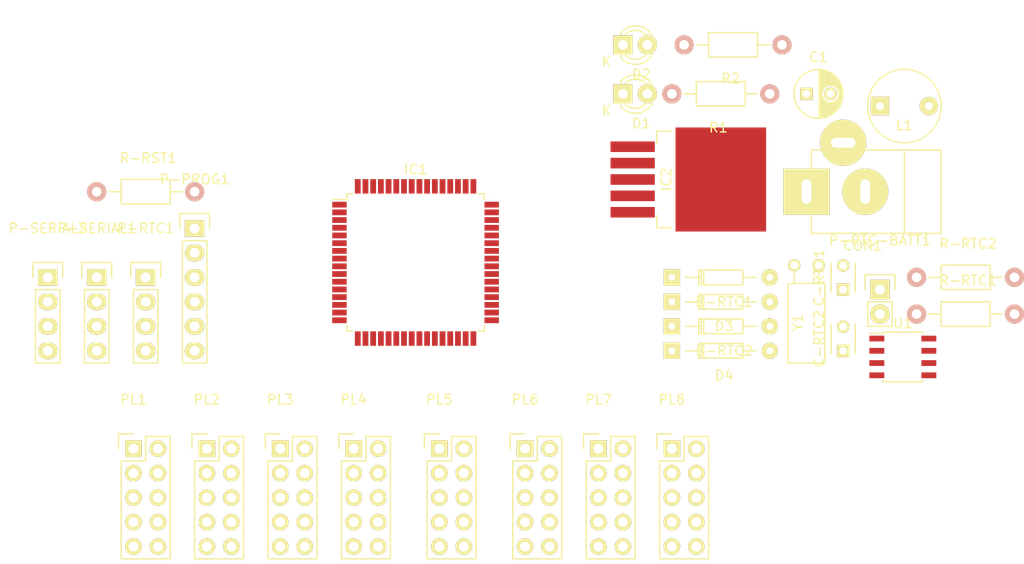
<source format=kicad_pcb>
(kicad_pcb (version 4) (host pcbnew "(2015-10-16 BZR 6271, Git 9aba2f2)-product")

  (general
    (links 133)
    (no_connects 133)
    (area 0 0 0 0)
    (thickness 1.6)
    (drawings 0)
    (tracks 0)
    (zones 0)
    (modules 33)
    (nets 81)
  )

  (page A4)
  (layers
    (0 F.Cu signal)
    (31 B.Cu signal)
    (32 B.Adhes user)
    (33 F.Adhes user)
    (34 B.Paste user)
    (35 F.Paste user)
    (36 B.SilkS user)
    (37 F.SilkS user)
    (38 B.Mask user)
    (39 F.Mask user)
    (40 Dwgs.User user)
    (41 Cmts.User user)
    (42 Eco1.User user)
    (43 Eco2.User user)
    (44 Edge.Cuts user)
    (45 Margin user)
    (46 B.CrtYd user)
    (47 F.CrtYd user)
    (48 B.Fab user)
    (49 F.Fab user)
  )

  (setup
    (last_trace_width 0.25)
    (trace_clearance 0.2)
    (zone_clearance 0.508)
    (zone_45_only no)
    (trace_min 0.2)
    (segment_width 0.2)
    (edge_width 0.15)
    (via_size 0.6)
    (via_drill 0.4)
    (via_min_size 0.4)
    (via_min_drill 0.3)
    (uvia_size 0.3)
    (uvia_drill 0.1)
    (uvias_allowed no)
    (uvia_min_size 0.2)
    (uvia_min_drill 0.1)
    (pcb_text_width 0.3)
    (pcb_text_size 1.5 1.5)
    (mod_edge_width 0.15)
    (mod_text_size 1 1)
    (mod_text_width 0.15)
    (pad_size 1.524 1.524)
    (pad_drill 0.762)
    (pad_to_mask_clearance 0.2)
    (aux_axis_origin 0 0)
    (visible_elements FFFFFF7F)
    (pcbplotparams
      (layerselection 0x00030_80000001)
      (usegerberextensions false)
      (excludeedgelayer true)
      (linewidth 0.100000)
      (plotframeref false)
      (viasonmask false)
      (mode 1)
      (useauxorigin false)
      (hpglpennumber 1)
      (hpglpenspeed 20)
      (hpglpendiameter 15)
      (hpglpenoverlay 2)
      (psnegative false)
      (psa4output false)
      (plotreference true)
      (plotvalue true)
      (plotinvisibletext false)
      (padsonsilk false)
      (subtractmaskfromsilk false)
      (outputformat 1)
      (mirror false)
      (drillshape 1)
      (scaleselection 1)
      (outputdirectory ""))
  )

  (net 0 "")
  (net 1 "Net-(C-RTC1-Pad1)")
  (net 2 GND)
  (net 3 "Net-(C-RTC2-Pad1)")
  (net 4 VCC)
  (net 5 "Net-(CON1-Pad1)")
  (net 6 "Net-(D-RTC1-Pad2)")
  (net 7 "Net-(D-RTC1-Pad1)")
  (net 8 "Net-(D1-Pad2)")
  (net 9 /RUN)
  (net 10 "Net-(D2-Pad2)")
  (net 11 "Net-(D3-Pad1)")
  (net 12 "Net-(D4-Pad1)")
  (net 13 "Net-(IC1-Pad1)")
  (net 14 /DI)
  (net 15 /DO)
  (net 16 "Net-(IC1-Pad4)")
  (net 17 "Net-(IC1-Pad5)")
  (net 18 "Net-(IC1-Pad6)")
  (net 19 "Net-(IC1-Pad7)")
  (net 20 "Net-(IC1-Pad8)")
  (net 21 "Net-(IC1-Pad9)")
  (net 22 /B-2)
  (net 23 /B-3)
  (net 24 /C-1)
  (net 25 /C-2)
  (net 26 /C-3)
  (net 27 /D-1)
  (net 28 /D-2)
  (net 29 /D-3)
  (net 30 /G-4)
  (net 31 "Net-(IC1-Pad19)")
  (net 32 /RST)
  (net 33 "Net-(IC1-Pad21)")
  (net 34 "Net-(IC1-Pad23)")
  (net 35 "Net-(IC1-Pad24)")
  (net 36 /RTC-SCL)
  (net 37 /RTC-SDA)
  (net 38 /RX1)
  (net 39 /TX1)
  (net 40 "Net-(IC1-Pad30)")
  (net 41 "Net-(IC1-Pad31)")
  (net 42 "Net-(IC1-Pad32)")
  (net 43 /G-1)
  (net 44 /G-2)
  (net 45 /E-1)
  (net 46 /E-2)
  (net 47 /E-3)
  (net 48 /F-1)
  (net 49 /F-2)
  (net 50 /F-3)
  (net 51 /F-4)
  (net 52 "Net-(IC1-Pad42)")
  (net 53 /G-3)
  (net 54 /B-1)
  (net 55 /A-3)
  (net 56 /A-2)
  (net 57 /A-1)
  (net 58 /L-D)
  (net 59 /L-C)
  (net 60 /L-B)
  (net 61 /L-A)
  (net 62 "Net-(IC1-Pad52)")
  (net 63 "Net-(IC1-Pad54)")
  (net 64 "Net-(IC1-Pad55)")
  (net 65 "Net-(IC1-Pad56)")
  (net 66 "Net-(IC1-Pad57)")
  (net 67 /H-4)
  (net 68 /H-3)
  (net 69 /H-2)
  (net 70 /H-1)
  (net 71 "Net-(IC1-Pad62)")
  (net 72 "Net-(IC1-Pad64)")
  (net 73 /SCK)
  (net 74 "Net-(PL1-Pad9)")
  (net 75 "Net-(PL2-Pad9)")
  (net 76 "Net-(PL3-Pad9)")
  (net 77 "Net-(PL5-Pad9)")
  (net 78 "Net-(PL6-Pad9)")
  (net 79 "Net-(U1-Pad3)")
  (net 80 "Net-(U1-Pad7)")

  (net_class Default "This is the default net class."
    (clearance 0.2)
    (trace_width 0.25)
    (via_dia 0.6)
    (via_drill 0.4)
    (uvia_dia 0.3)
    (uvia_drill 0.1)
    (add_net /A-1)
    (add_net /A-2)
    (add_net /A-3)
    (add_net /B-1)
    (add_net /B-2)
    (add_net /B-3)
    (add_net /C-1)
    (add_net /C-2)
    (add_net /C-3)
    (add_net /D-1)
    (add_net /D-2)
    (add_net /D-3)
    (add_net /DI)
    (add_net /DO)
    (add_net /E-1)
    (add_net /E-2)
    (add_net /E-3)
    (add_net /F-1)
    (add_net /F-2)
    (add_net /F-3)
    (add_net /F-4)
    (add_net /G-1)
    (add_net /G-2)
    (add_net /G-3)
    (add_net /G-4)
    (add_net /H-1)
    (add_net /H-2)
    (add_net /H-3)
    (add_net /H-4)
    (add_net /L-A)
    (add_net /L-B)
    (add_net /L-C)
    (add_net /L-D)
    (add_net /RST)
    (add_net /RTC-SCL)
    (add_net /RTC-SDA)
    (add_net /RUN)
    (add_net /RX1)
    (add_net /SCK)
    (add_net /TX1)
    (add_net GND)
    (add_net "Net-(C-RTC1-Pad1)")
    (add_net "Net-(C-RTC2-Pad1)")
    (add_net "Net-(CON1-Pad1)")
    (add_net "Net-(D-RTC1-Pad1)")
    (add_net "Net-(D-RTC1-Pad2)")
    (add_net "Net-(D1-Pad2)")
    (add_net "Net-(D2-Pad2)")
    (add_net "Net-(D3-Pad1)")
    (add_net "Net-(D4-Pad1)")
    (add_net "Net-(IC1-Pad1)")
    (add_net "Net-(IC1-Pad19)")
    (add_net "Net-(IC1-Pad21)")
    (add_net "Net-(IC1-Pad23)")
    (add_net "Net-(IC1-Pad24)")
    (add_net "Net-(IC1-Pad30)")
    (add_net "Net-(IC1-Pad31)")
    (add_net "Net-(IC1-Pad32)")
    (add_net "Net-(IC1-Pad4)")
    (add_net "Net-(IC1-Pad42)")
    (add_net "Net-(IC1-Pad5)")
    (add_net "Net-(IC1-Pad52)")
    (add_net "Net-(IC1-Pad54)")
    (add_net "Net-(IC1-Pad55)")
    (add_net "Net-(IC1-Pad56)")
    (add_net "Net-(IC1-Pad57)")
    (add_net "Net-(IC1-Pad6)")
    (add_net "Net-(IC1-Pad62)")
    (add_net "Net-(IC1-Pad64)")
    (add_net "Net-(IC1-Pad7)")
    (add_net "Net-(IC1-Pad8)")
    (add_net "Net-(IC1-Pad9)")
    (add_net "Net-(PL1-Pad9)")
    (add_net "Net-(PL2-Pad9)")
    (add_net "Net-(PL3-Pad9)")
    (add_net "Net-(PL5-Pad9)")
    (add_net "Net-(PL6-Pad9)")
    (add_net "Net-(U1-Pad3)")
    (add_net "Net-(U1-Pad7)")
    (add_net VCC)
  )

  (module Capacitors_ThroughHole:C_Disc_D3_P2.5 (layer F.Cu) (tedit 0) (tstamp 564D4615)
    (at 198.12 102.87 90)
    (descr "Capacitor 3mm Disc, Pitch 2.5mm")
    (tags Capacitor)
    (path /564D75F6)
    (fp_text reference C-RTC1 (at 1.25 -2.5 90) (layer F.SilkS)
      (effects (font (size 1 1) (thickness 0.15)))
    )
    (fp_text value 22pf (at 1.25 2.5 90) (layer F.Fab)
      (effects (font (size 1 1) (thickness 0.15)))
    )
    (fp_line (start -0.9 -1.5) (end 3.4 -1.5) (layer F.CrtYd) (width 0.05))
    (fp_line (start 3.4 -1.5) (end 3.4 1.5) (layer F.CrtYd) (width 0.05))
    (fp_line (start 3.4 1.5) (end -0.9 1.5) (layer F.CrtYd) (width 0.05))
    (fp_line (start -0.9 1.5) (end -0.9 -1.5) (layer F.CrtYd) (width 0.05))
    (fp_line (start -0.25 -1.25) (end 2.75 -1.25) (layer F.SilkS) (width 0.15))
    (fp_line (start 2.75 1.25) (end -0.25 1.25) (layer F.SilkS) (width 0.15))
    (pad 1 thru_hole rect (at 0 0 90) (size 1.3 1.3) (drill 0.8) (layers *.Cu *.Mask F.SilkS)
      (net 1 "Net-(C-RTC1-Pad1)"))
    (pad 2 thru_hole circle (at 2.5 0 90) (size 1.3 1.3) (drill 0.8001) (layers *.Cu *.Mask F.SilkS)
      (net 2 GND))
    (model Capacitors_ThroughHole.3dshapes/C_Disc_D3_P2.5.wrl
      (at (xyz 0.0492126 0 0))
      (scale (xyz 1 1 1))
      (rotate (xyz 0 0 0))
    )
  )

  (module Capacitors_ThroughHole:C_Disc_D3_P2.5 (layer F.Cu) (tedit 0) (tstamp 564D461B)
    (at 198.12 109.22 90)
    (descr "Capacitor 3mm Disc, Pitch 2.5mm")
    (tags Capacitor)
    (path /564D7669)
    (fp_text reference C-RTC2 (at 1.25 -2.5 90) (layer F.SilkS)
      (effects (font (size 1 1) (thickness 0.15)))
    )
    (fp_text value 22pf (at 1.25 2.5 90) (layer F.Fab)
      (effects (font (size 1 1) (thickness 0.15)))
    )
    (fp_line (start -0.9 -1.5) (end 3.4 -1.5) (layer F.CrtYd) (width 0.05))
    (fp_line (start 3.4 -1.5) (end 3.4 1.5) (layer F.CrtYd) (width 0.05))
    (fp_line (start 3.4 1.5) (end -0.9 1.5) (layer F.CrtYd) (width 0.05))
    (fp_line (start -0.9 1.5) (end -0.9 -1.5) (layer F.CrtYd) (width 0.05))
    (fp_line (start -0.25 -1.25) (end 2.75 -1.25) (layer F.SilkS) (width 0.15))
    (fp_line (start 2.75 1.25) (end -0.25 1.25) (layer F.SilkS) (width 0.15))
    (pad 1 thru_hole rect (at 0 0 90) (size 1.3 1.3) (drill 0.8) (layers *.Cu *.Mask F.SilkS)
      (net 3 "Net-(C-RTC2-Pad1)"))
    (pad 2 thru_hole circle (at 2.5 0 90) (size 1.3 1.3) (drill 0.8001) (layers *.Cu *.Mask F.SilkS)
      (net 2 GND))
    (model Capacitors_ThroughHole.3dshapes/C_Disc_D3_P2.5.wrl
      (at (xyz 0.0492126 0 0))
      (scale (xyz 1 1 1))
      (rotate (xyz 0 0 0))
    )
  )

  (module Capacitors_ThroughHole:C_Radial_D5_L6_P2.5 (layer F.Cu) (tedit 0) (tstamp 564D4621)
    (at 194.31 82.55)
    (descr "Radial Electrolytic Capacitor Diameter 5mm x Length 6mm, Pitch 2.5mm")
    (tags "Electrolytic Capacitor")
    (path /564D7CB2)
    (fp_text reference C1 (at 1.25 -3.8) (layer F.SilkS)
      (effects (font (size 1 1) (thickness 0.15)))
    )
    (fp_text value CP (at 1.25 3.8) (layer F.Fab)
      (effects (font (size 1 1) (thickness 0.15)))
    )
    (fp_line (start 1.325 -2.499) (end 1.325 2.499) (layer F.SilkS) (width 0.15))
    (fp_line (start 1.465 -2.491) (end 1.465 2.491) (layer F.SilkS) (width 0.15))
    (fp_line (start 1.605 -2.475) (end 1.605 -0.095) (layer F.SilkS) (width 0.15))
    (fp_line (start 1.605 0.095) (end 1.605 2.475) (layer F.SilkS) (width 0.15))
    (fp_line (start 1.745 -2.451) (end 1.745 -0.49) (layer F.SilkS) (width 0.15))
    (fp_line (start 1.745 0.49) (end 1.745 2.451) (layer F.SilkS) (width 0.15))
    (fp_line (start 1.885 -2.418) (end 1.885 -0.657) (layer F.SilkS) (width 0.15))
    (fp_line (start 1.885 0.657) (end 1.885 2.418) (layer F.SilkS) (width 0.15))
    (fp_line (start 2.025 -2.377) (end 2.025 -0.764) (layer F.SilkS) (width 0.15))
    (fp_line (start 2.025 0.764) (end 2.025 2.377) (layer F.SilkS) (width 0.15))
    (fp_line (start 2.165 -2.327) (end 2.165 -0.835) (layer F.SilkS) (width 0.15))
    (fp_line (start 2.165 0.835) (end 2.165 2.327) (layer F.SilkS) (width 0.15))
    (fp_line (start 2.305 -2.266) (end 2.305 -0.879) (layer F.SilkS) (width 0.15))
    (fp_line (start 2.305 0.879) (end 2.305 2.266) (layer F.SilkS) (width 0.15))
    (fp_line (start 2.445 -2.196) (end 2.445 -0.898) (layer F.SilkS) (width 0.15))
    (fp_line (start 2.445 0.898) (end 2.445 2.196) (layer F.SilkS) (width 0.15))
    (fp_line (start 2.585 -2.114) (end 2.585 -0.896) (layer F.SilkS) (width 0.15))
    (fp_line (start 2.585 0.896) (end 2.585 2.114) (layer F.SilkS) (width 0.15))
    (fp_line (start 2.725 -2.019) (end 2.725 -0.871) (layer F.SilkS) (width 0.15))
    (fp_line (start 2.725 0.871) (end 2.725 2.019) (layer F.SilkS) (width 0.15))
    (fp_line (start 2.865 -1.908) (end 2.865 -0.823) (layer F.SilkS) (width 0.15))
    (fp_line (start 2.865 0.823) (end 2.865 1.908) (layer F.SilkS) (width 0.15))
    (fp_line (start 3.005 -1.78) (end 3.005 -0.745) (layer F.SilkS) (width 0.15))
    (fp_line (start 3.005 0.745) (end 3.005 1.78) (layer F.SilkS) (width 0.15))
    (fp_line (start 3.145 -1.631) (end 3.145 -0.628) (layer F.SilkS) (width 0.15))
    (fp_line (start 3.145 0.628) (end 3.145 1.631) (layer F.SilkS) (width 0.15))
    (fp_line (start 3.285 -1.452) (end 3.285 -0.44) (layer F.SilkS) (width 0.15))
    (fp_line (start 3.285 0.44) (end 3.285 1.452) (layer F.SilkS) (width 0.15))
    (fp_line (start 3.425 -1.233) (end 3.425 1.233) (layer F.SilkS) (width 0.15))
    (fp_line (start 3.565 -0.944) (end 3.565 0.944) (layer F.SilkS) (width 0.15))
    (fp_line (start 3.705 -0.472) (end 3.705 0.472) (layer F.SilkS) (width 0.15))
    (fp_circle (center 2.5 0) (end 2.5 -0.9) (layer F.SilkS) (width 0.15))
    (fp_circle (center 1.25 0) (end 1.25 -2.5375) (layer F.SilkS) (width 0.15))
    (fp_circle (center 1.25 0) (end 1.25 -2.8) (layer F.CrtYd) (width 0.05))
    (pad 1 thru_hole rect (at 0 0) (size 1.3 1.3) (drill 0.8) (layers *.Cu *.Mask F.SilkS)
      (net 4 VCC))
    (pad 2 thru_hole circle (at 2.5 0) (size 1.3 1.3) (drill 0.8) (layers *.Cu *.Mask F.SilkS)
      (net 2 GND))
    (model Capacitors_ThroughHole.3dshapes/C_Radial_D5_L6_P2.5.wrl
      (at (xyz 0.0492126 0 0))
      (scale (xyz 1 1 1))
      (rotate (xyz 0 0 90))
    )
  )

  (module Connect:JACK_ALIM (layer F.Cu) (tedit 0) (tstamp 564D4628)
    (at 200.406 92.71 180)
    (descr "module 1 pin (ou trou mecanique de percage)")
    (tags "CONN JACK")
    (path /564D578A)
    (fp_text reference CON1 (at 0.254 -5.588 180) (layer F.SilkS)
      (effects (font (size 1 1) (thickness 0.15)))
    )
    (fp_text value BARREL_JACK (at -5.08 5.588 180) (layer F.Fab)
      (effects (font (size 1 1) (thickness 0.15)))
    )
    (fp_line (start -7.112 -4.318) (end -7.874 -4.318) (layer F.SilkS) (width 0.15))
    (fp_line (start -7.874 -4.318) (end -7.874 4.318) (layer F.SilkS) (width 0.15))
    (fp_line (start -7.874 4.318) (end -7.112 4.318) (layer F.SilkS) (width 0.15))
    (fp_line (start -4.064 -4.318) (end -4.064 4.318) (layer F.SilkS) (width 0.15))
    (fp_line (start 5.588 -4.318) (end 5.588 4.318) (layer F.SilkS) (width 0.15))
    (fp_line (start -7.112 4.318) (end 5.588 4.318) (layer F.SilkS) (width 0.15))
    (fp_line (start -7.112 -4.318) (end 5.588 -4.318) (layer F.SilkS) (width 0.15))
    (pad 2 thru_hole circle (at 0 0 180) (size 4.8006 4.8006) (drill oval 1.016 2.54) (layers *.Cu *.Mask F.SilkS)
      (net 2 GND))
    (pad 1 thru_hole rect (at 6.096 0 180) (size 4.8006 4.8006) (drill oval 1.016 2.54) (layers *.Cu *.Mask F.SilkS)
      (net 5 "Net-(CON1-Pad1)"))
    (pad 3 thru_hole circle (at 2.286 5.08 180) (size 4.8006 4.8006) (drill oval 2.54 1.016) (layers *.Cu *.Mask F.SilkS)
      (net 2 GND))
    (model Connect.3dshapes/JACK_ALIM.wrl
      (at (xyz 0 0 0))
      (scale (xyz 0.8 0.8 0.8))
      (rotate (xyz 0 0 0))
    )
  )

  (module Diodes_ThroughHole:Diode_DO-35_SOD27_Horizontal_RM10 (layer F.Cu) (tedit 552FFC30) (tstamp 564D462E)
    (at 180.33948 101.60254)
    (descr "Diode, DO-35,  SOD27, Horizontal, RM 10mm")
    (tags "Diode, DO-35, SOD27, Horizontal, RM 10mm, 1N4148,")
    (path /564D7E69)
    (fp_text reference D-RTC1 (at 5.43052 2.53746) (layer F.SilkS)
      (effects (font (size 1 1) (thickness 0.15)))
    )
    (fp_text value D (at 4.41452 -3.55854) (layer F.Fab)
      (effects (font (size 1 1) (thickness 0.15)))
    )
    (fp_line (start 7.36652 -0.00254) (end 8.76352 -0.00254) (layer F.SilkS) (width 0.15))
    (fp_line (start 2.92152 -0.00254) (end 1.39752 -0.00254) (layer F.SilkS) (width 0.15))
    (fp_line (start 3.30252 -0.76454) (end 3.30252 0.75946) (layer F.SilkS) (width 0.15))
    (fp_line (start 3.04852 -0.76454) (end 3.04852 0.75946) (layer F.SilkS) (width 0.15))
    (fp_line (start 2.79452 -0.00254) (end 2.79452 0.75946) (layer F.SilkS) (width 0.15))
    (fp_line (start 2.79452 0.75946) (end 7.36652 0.75946) (layer F.SilkS) (width 0.15))
    (fp_line (start 7.36652 0.75946) (end 7.36652 -0.76454) (layer F.SilkS) (width 0.15))
    (fp_line (start 7.36652 -0.76454) (end 2.79452 -0.76454) (layer F.SilkS) (width 0.15))
    (fp_line (start 2.79452 -0.76454) (end 2.79452 -0.00254) (layer F.SilkS) (width 0.15))
    (pad 2 thru_hole circle (at 10.16052 -0.00254 180) (size 1.69926 1.69926) (drill 0.70104) (layers *.Cu *.Mask F.SilkS)
      (net 6 "Net-(D-RTC1-Pad2)"))
    (pad 1 thru_hole rect (at 0.00052 -0.00254 180) (size 1.69926 1.69926) (drill 0.70104) (layers *.Cu *.Mask F.SilkS)
      (net 7 "Net-(D-RTC1-Pad1)"))
    (model Diodes_ThroughHole.3dshapes/Diode_DO-35_SOD27_Horizontal_RM10.wrl
      (at (xyz 0.2 0 0))
      (scale (xyz 0.4 0.4 0.4))
      (rotate (xyz 0 0 180))
    )
  )

  (module Diodes_ThroughHole:Diode_DO-35_SOD27_Horizontal_RM10 (layer F.Cu) (tedit 552FFC30) (tstamp 564D4634)
    (at 180.33948 106.68254)
    (descr "Diode, DO-35,  SOD27, Horizontal, RM 10mm")
    (tags "Diode, DO-35, SOD27, Horizontal, RM 10mm, 1N4148,")
    (path /564D823E)
    (fp_text reference D-RTC2 (at 5.43052 2.53746) (layer F.SilkS)
      (effects (font (size 1 1) (thickness 0.15)))
    )
    (fp_text value D (at 4.41452 -3.55854) (layer F.Fab)
      (effects (font (size 1 1) (thickness 0.15)))
    )
    (fp_line (start 7.36652 -0.00254) (end 8.76352 -0.00254) (layer F.SilkS) (width 0.15))
    (fp_line (start 2.92152 -0.00254) (end 1.39752 -0.00254) (layer F.SilkS) (width 0.15))
    (fp_line (start 3.30252 -0.76454) (end 3.30252 0.75946) (layer F.SilkS) (width 0.15))
    (fp_line (start 3.04852 -0.76454) (end 3.04852 0.75946) (layer F.SilkS) (width 0.15))
    (fp_line (start 2.79452 -0.00254) (end 2.79452 0.75946) (layer F.SilkS) (width 0.15))
    (fp_line (start 2.79452 0.75946) (end 7.36652 0.75946) (layer F.SilkS) (width 0.15))
    (fp_line (start 7.36652 0.75946) (end 7.36652 -0.76454) (layer F.SilkS) (width 0.15))
    (fp_line (start 7.36652 -0.76454) (end 2.79452 -0.76454) (layer F.SilkS) (width 0.15))
    (fp_line (start 2.79452 -0.76454) (end 2.79452 -0.00254) (layer F.SilkS) (width 0.15))
    (pad 2 thru_hole circle (at 10.16052 -0.00254 180) (size 1.69926 1.69926) (drill 0.70104) (layers *.Cu *.Mask F.SilkS)
      (net 4 VCC))
    (pad 1 thru_hole rect (at 0.00052 -0.00254 180) (size 1.69926 1.69926) (drill 0.70104) (layers *.Cu *.Mask F.SilkS)
      (net 7 "Net-(D-RTC1-Pad1)"))
    (model Diodes_ThroughHole.3dshapes/Diode_DO-35_SOD27_Horizontal_RM10.wrl
      (at (xyz 0.2 0 0))
      (scale (xyz 0.4 0.4 0.4))
      (rotate (xyz 0 0 180))
    )
  )

  (module LEDs:LED-3MM (layer F.Cu) (tedit 559B82F6) (tstamp 564D463A)
    (at 175.26 82.55)
    (descr "LED 3mm round vertical")
    (tags "LED  3mm round vertical")
    (path /564E163A)
    (fp_text reference D1 (at 1.91 3.06) (layer F.SilkS)
      (effects (font (size 1 1) (thickness 0.15)))
    )
    (fp_text value LED (at 1.3 -2.9) (layer F.Fab)
      (effects (font (size 1 1) (thickness 0.15)))
    )
    (fp_line (start -1.2 2.3) (end 3.8 2.3) (layer F.CrtYd) (width 0.05))
    (fp_line (start 3.8 2.3) (end 3.8 -2.2) (layer F.CrtYd) (width 0.05))
    (fp_line (start 3.8 -2.2) (end -1.2 -2.2) (layer F.CrtYd) (width 0.05))
    (fp_line (start -1.2 -2.2) (end -1.2 2.3) (layer F.CrtYd) (width 0.05))
    (fp_line (start -0.199 1.314) (end -0.199 1.114) (layer F.SilkS) (width 0.15))
    (fp_line (start -0.199 -1.28) (end -0.199 -1.1) (layer F.SilkS) (width 0.15))
    (fp_arc (start 1.301 0.034) (end -0.199 -1.286) (angle 108.5) (layer F.SilkS) (width 0.15))
    (fp_arc (start 1.301 0.034) (end 0.25 -1.1) (angle 85.7) (layer F.SilkS) (width 0.15))
    (fp_arc (start 1.311 0.034) (end 3.051 0.994) (angle 110) (layer F.SilkS) (width 0.15))
    (fp_arc (start 1.301 0.034) (end 2.335 1.094) (angle 87.5) (layer F.SilkS) (width 0.15))
    (fp_text user K (at -1.69 1.74) (layer F.SilkS)
      (effects (font (size 1 1) (thickness 0.15)))
    )
    (pad 1 thru_hole rect (at 0 0 90) (size 2 2) (drill 1.00076) (layers *.Cu *.Mask F.SilkS)
      (net 2 GND))
    (pad 2 thru_hole circle (at 2.54 0) (size 2 2) (drill 1.00076) (layers *.Cu *.Mask F.SilkS)
      (net 8 "Net-(D1-Pad2)"))
    (model LEDs.3dshapes/LED-3MM.wrl
      (at (xyz 0.05 0 0))
      (scale (xyz 1 1 1))
      (rotate (xyz 0 0 90))
    )
  )

  (module LEDs:LED-3MM (layer F.Cu) (tedit 559B82F6) (tstamp 564D4640)
    (at 175.26 77.47)
    (descr "LED 3mm round vertical")
    (tags "LED  3mm round vertical")
    (path /564E1730)
    (fp_text reference D2 (at 1.91 3.06) (layer F.SilkS)
      (effects (font (size 1 1) (thickness 0.15)))
    )
    (fp_text value LED (at 1.3 -2.9) (layer F.Fab)
      (effects (font (size 1 1) (thickness 0.15)))
    )
    (fp_line (start -1.2 2.3) (end 3.8 2.3) (layer F.CrtYd) (width 0.05))
    (fp_line (start 3.8 2.3) (end 3.8 -2.2) (layer F.CrtYd) (width 0.05))
    (fp_line (start 3.8 -2.2) (end -1.2 -2.2) (layer F.CrtYd) (width 0.05))
    (fp_line (start -1.2 -2.2) (end -1.2 2.3) (layer F.CrtYd) (width 0.05))
    (fp_line (start -0.199 1.314) (end -0.199 1.114) (layer F.SilkS) (width 0.15))
    (fp_line (start -0.199 -1.28) (end -0.199 -1.1) (layer F.SilkS) (width 0.15))
    (fp_arc (start 1.301 0.034) (end -0.199 -1.286) (angle 108.5) (layer F.SilkS) (width 0.15))
    (fp_arc (start 1.301 0.034) (end 0.25 -1.1) (angle 85.7) (layer F.SilkS) (width 0.15))
    (fp_arc (start 1.311 0.034) (end 3.051 0.994) (angle 110) (layer F.SilkS) (width 0.15))
    (fp_arc (start 1.301 0.034) (end 2.335 1.094) (angle 87.5) (layer F.SilkS) (width 0.15))
    (fp_text user K (at -1.69 1.74) (layer F.SilkS)
      (effects (font (size 1 1) (thickness 0.15)))
    )
    (pad 1 thru_hole rect (at 0 0 90) (size 2 2) (drill 1.00076) (layers *.Cu *.Mask F.SilkS)
      (net 9 /RUN))
    (pad 2 thru_hole circle (at 2.54 0) (size 2 2) (drill 1.00076) (layers *.Cu *.Mask F.SilkS)
      (net 10 "Net-(D2-Pad2)"))
    (model LEDs.3dshapes/LED-3MM.wrl
      (at (xyz 0.05 0 0))
      (scale (xyz 1 1 1))
      (rotate (xyz 0 0 90))
    )
  )

  (module Diodes_ThroughHole:Diode_DO-35_SOD27_Horizontal_RM10 (layer F.Cu) (tedit 552FFC30) (tstamp 564D4646)
    (at 180.34 104.14)
    (descr "Diode, DO-35,  SOD27, Horizontal, RM 10mm")
    (tags "Diode, DO-35, SOD27, Horizontal, RM 10mm, 1N4148,")
    (path /564D668B)
    (fp_text reference D3 (at 5.43052 2.53746) (layer F.SilkS)
      (effects (font (size 1 1) (thickness 0.15)))
    )
    (fp_text value D (at 4.41452 -3.55854) (layer F.Fab)
      (effects (font (size 1 1) (thickness 0.15)))
    )
    (fp_line (start 7.36652 -0.00254) (end 8.76352 -0.00254) (layer F.SilkS) (width 0.15))
    (fp_line (start 2.92152 -0.00254) (end 1.39752 -0.00254) (layer F.SilkS) (width 0.15))
    (fp_line (start 3.30252 -0.76454) (end 3.30252 0.75946) (layer F.SilkS) (width 0.15))
    (fp_line (start 3.04852 -0.76454) (end 3.04852 0.75946) (layer F.SilkS) (width 0.15))
    (fp_line (start 2.79452 -0.00254) (end 2.79452 0.75946) (layer F.SilkS) (width 0.15))
    (fp_line (start 2.79452 0.75946) (end 7.36652 0.75946) (layer F.SilkS) (width 0.15))
    (fp_line (start 7.36652 0.75946) (end 7.36652 -0.76454) (layer F.SilkS) (width 0.15))
    (fp_line (start 7.36652 -0.76454) (end 2.79452 -0.76454) (layer F.SilkS) (width 0.15))
    (fp_line (start 2.79452 -0.76454) (end 2.79452 -0.00254) (layer F.SilkS) (width 0.15))
    (pad 2 thru_hole circle (at 10.16052 -0.00254 180) (size 1.69926 1.69926) (drill 0.70104) (layers *.Cu *.Mask F.SilkS)
      (net 5 "Net-(CON1-Pad1)"))
    (pad 1 thru_hole rect (at 0.00052 -0.00254 180) (size 1.69926 1.69926) (drill 0.70104) (layers *.Cu *.Mask F.SilkS)
      (net 11 "Net-(D3-Pad1)"))
    (model Diodes_ThroughHole.3dshapes/Diode_DO-35_SOD27_Horizontal_RM10.wrl
      (at (xyz 0.2 0 0))
      (scale (xyz 0.4 0.4 0.4))
      (rotate (xyz 0 0 180))
    )
  )

  (module Diodes_ThroughHole:Diode_DO-35_SOD27_Horizontal_RM10 (layer F.Cu) (tedit 552FFC30) (tstamp 564D464C)
    (at 180.33948 109.22254)
    (descr "Diode, DO-35,  SOD27, Horizontal, RM 10mm")
    (tags "Diode, DO-35, SOD27, Horizontal, RM 10mm, 1N4148,")
    (path /564D78ED)
    (fp_text reference D4 (at 5.43052 2.53746) (layer F.SilkS)
      (effects (font (size 1 1) (thickness 0.15)))
    )
    (fp_text value D_Schottky (at 4.41452 -3.55854) (layer F.Fab)
      (effects (font (size 1 1) (thickness 0.15)))
    )
    (fp_line (start 7.36652 -0.00254) (end 8.76352 -0.00254) (layer F.SilkS) (width 0.15))
    (fp_line (start 2.92152 -0.00254) (end 1.39752 -0.00254) (layer F.SilkS) (width 0.15))
    (fp_line (start 3.30252 -0.76454) (end 3.30252 0.75946) (layer F.SilkS) (width 0.15))
    (fp_line (start 3.04852 -0.76454) (end 3.04852 0.75946) (layer F.SilkS) (width 0.15))
    (fp_line (start 2.79452 -0.00254) (end 2.79452 0.75946) (layer F.SilkS) (width 0.15))
    (fp_line (start 2.79452 0.75946) (end 7.36652 0.75946) (layer F.SilkS) (width 0.15))
    (fp_line (start 7.36652 0.75946) (end 7.36652 -0.76454) (layer F.SilkS) (width 0.15))
    (fp_line (start 7.36652 -0.76454) (end 2.79452 -0.76454) (layer F.SilkS) (width 0.15))
    (fp_line (start 2.79452 -0.76454) (end 2.79452 -0.00254) (layer F.SilkS) (width 0.15))
    (pad 2 thru_hole circle (at 10.16052 -0.00254 180) (size 1.69926 1.69926) (drill 0.70104) (layers *.Cu *.Mask F.SilkS)
      (net 2 GND))
    (pad 1 thru_hole rect (at 0.00052 -0.00254 180) (size 1.69926 1.69926) (drill 0.70104) (layers *.Cu *.Mask F.SilkS)
      (net 12 "Net-(D4-Pad1)"))
    (model Diodes_ThroughHole.3dshapes/Diode_DO-35_SOD27_Horizontal_RM10.wrl
      (at (xyz 0.2 0 0))
      (scale (xyz 0.4 0.4 0.4))
      (rotate (xyz 0 0 180))
    )
  )

  (module TO_SOT_Packages_SMD:TO-263-5Lead (layer F.Cu) (tedit 55D39254) (tstamp 564D469A)
    (at 176.27 91.44)
    (descr "D2PAK / TO-263 3-lead smd package")
    (tags "D2PAK D2PAK-3 TO-263AB TO-263")
    (path /564D5525)
    (attr smd)
    (fp_text reference IC2 (at 3.5 0 90) (layer F.SilkS)
      (effects (font (size 1 1) (thickness 0.15)))
    )
    (fp_text value LM2596S (at 15.25 -0.25 90) (layer F.Fab)
      (effects (font (size 1 1) (thickness 0.15)))
    )
    (fp_line (start 14.1 5.65) (end -2.55 5.65) (layer F.CrtYd) (width 0.05))
    (fp_line (start 14.1 -5.65) (end 14.1 5.65) (layer F.CrtYd) (width 0.05))
    (fp_line (start 14.1 -5.65) (end -2.55 -5.65) (layer F.CrtYd) (width 0.05))
    (fp_line (start -2.55 -5.65) (end -2.55 5.65) (layer F.CrtYd) (width 0.05))
    (fp_line (start 2.5 5) (end 2.5 3.75) (layer F.SilkS) (width 0.15))
    (fp_line (start 2.5 5) (end 4 5) (layer F.SilkS) (width 0.15))
    (fp_line (start 2.5 -5) (end 4 -5) (layer F.SilkS) (width 0.15))
    (fp_line (start 2.5 -5) (end 2.5 -3.75) (layer F.SilkS) (width 0.15))
    (pad 5 smd rect (at 0 3.4) (size 4.6 1.1) (layers F.Cu F.Paste F.Mask)
      (net 2 GND))
    (pad 4 smd rect (at 0 1.7) (size 4.6 1.1) (layers F.Cu F.Paste F.Mask)
      (net 4 VCC))
    (pad 2 smd rect (at 0 -1.7) (size 4.6 1.1) (layers F.Cu F.Paste F.Mask)
      (net 12 "Net-(D4-Pad1)"))
    (pad 3 smd rect (at 9.15 0) (size 9.4 10.8) (layers F.Cu F.Paste F.Mask)
      (net 2 GND))
    (pad 3 smd rect (at 0 0) (size 4.6 1.1) (layers F.Cu F.Paste F.Mask)
      (net 2 GND))
    (pad 1 smd rect (at 0 -3.4) (size 4.6 1.1) (layers F.Cu F.Paste F.Mask)
      (net 11 "Net-(D3-Pad1)"))
    (model TO_SOT_Packages_SMD.3dshapes/TO-263-5Lead.wrl
      (at (xyz 0 0 0))
      (scale (xyz 1 1 1))
      (rotate (xyz 0 0 90))
    )
  )

  (module Inductors:INDUCTOR_V (layer F.Cu) (tedit 0) (tstamp 564D46A6)
    (at 204.47 83.82)
    (descr "Inductor (vertical)")
    (tags INDUCTOR)
    (path /564D7994)
    (fp_text reference L1 (at 0 1.99898) (layer F.SilkS)
      (effects (font (size 1 1) (thickness 0.15)))
    )
    (fp_text value INDUCTOR (at 0.09906 -1.99898) (layer F.Fab)
      (effects (font (size 1 1) (thickness 0.15)))
    )
    (fp_circle (center 0 0) (end 3.81 0) (layer F.SilkS) (width 0.15))
    (pad 1 thru_hole rect (at -2.54 0) (size 1.905 1.905) (drill 0.8128) (layers *.Cu *.Mask F.SilkS)
      (net 4 VCC))
    (pad 2 thru_hole circle (at 2.54 0) (size 1.905 1.905) (drill 0.8128) (layers *.Cu *.Mask F.SilkS)
      (net 12 "Net-(D4-Pad1)"))
    (model Inductors.3dshapes/INDUCTOR_V.wrl
      (at (xyz 0 0 0))
      (scale (xyz 2 2 2))
      (rotate (xyz 0 0 0))
    )
  )

  (module Pin_Headers:Pin_Header_Straight_1x06 (layer F.Cu) (tedit 0) (tstamp 564D46B0)
    (at 130.81 96.52)
    (descr "Through hole pin header")
    (tags "pin header")
    (path /564BD821)
    (fp_text reference P-PROG1 (at 0 -5.1) (layer F.SilkS)
      (effects (font (size 1 1) (thickness 0.15)))
    )
    (fp_text value CONN_01X06 (at 0 -3.1) (layer F.Fab)
      (effects (font (size 1 1) (thickness 0.15)))
    )
    (fp_line (start -1.75 -1.75) (end -1.75 14.45) (layer F.CrtYd) (width 0.05))
    (fp_line (start 1.75 -1.75) (end 1.75 14.45) (layer F.CrtYd) (width 0.05))
    (fp_line (start -1.75 -1.75) (end 1.75 -1.75) (layer F.CrtYd) (width 0.05))
    (fp_line (start -1.75 14.45) (end 1.75 14.45) (layer F.CrtYd) (width 0.05))
    (fp_line (start 1.27 1.27) (end 1.27 13.97) (layer F.SilkS) (width 0.15))
    (fp_line (start 1.27 13.97) (end -1.27 13.97) (layer F.SilkS) (width 0.15))
    (fp_line (start -1.27 13.97) (end -1.27 1.27) (layer F.SilkS) (width 0.15))
    (fp_line (start 1.55 -1.55) (end 1.55 0) (layer F.SilkS) (width 0.15))
    (fp_line (start 1.27 1.27) (end -1.27 1.27) (layer F.SilkS) (width 0.15))
    (fp_line (start -1.55 0) (end -1.55 -1.55) (layer F.SilkS) (width 0.15))
    (fp_line (start -1.55 -1.55) (end 1.55 -1.55) (layer F.SilkS) (width 0.15))
    (pad 1 thru_hole rect (at 0 0) (size 2.032 1.7272) (drill 1.016) (layers *.Cu *.Mask F.SilkS)
      (net 4 VCC))
    (pad 2 thru_hole oval (at 0 2.54) (size 2.032 1.7272) (drill 1.016) (layers *.Cu *.Mask F.SilkS)
      (net 2 GND))
    (pad 3 thru_hole oval (at 0 5.08) (size 2.032 1.7272) (drill 1.016) (layers *.Cu *.Mask F.SilkS)
      (net 32 /RST))
    (pad 4 thru_hole oval (at 0 7.62) (size 2.032 1.7272) (drill 1.016) (layers *.Cu *.Mask F.SilkS)
      (net 14 /DI))
    (pad 5 thru_hole oval (at 0 10.16) (size 2.032 1.7272) (drill 1.016) (layers *.Cu *.Mask F.SilkS)
      (net 15 /DO))
    (pad 6 thru_hole oval (at 0 12.7) (size 2.032 1.7272) (drill 1.016) (layers *.Cu *.Mask F.SilkS)
      (net 73 /SCK))
    (model Pin_Headers.3dshapes/Pin_Header_Straight_1x06.wrl
      (at (xyz 0 -0.25 0))
      (scale (xyz 1 1 1))
      (rotate (xyz 0 0 90))
    )
  )

  (module Pin_Headers:Pin_Header_Straight_1x02 (layer F.Cu) (tedit 54EA090C) (tstamp 564D46B6)
    (at 201.93 102.87)
    (descr "Through hole pin header")
    (tags "pin header")
    (path /564D7B74)
    (fp_text reference P-RTC-BATT1 (at 0 -5.1) (layer F.SilkS)
      (effects (font (size 1 1) (thickness 0.15)))
    )
    (fp_text value CONN_01X02 (at 0 -3.1) (layer F.Fab)
      (effects (font (size 1 1) (thickness 0.15)))
    )
    (fp_line (start 1.27 1.27) (end 1.27 3.81) (layer F.SilkS) (width 0.15))
    (fp_line (start 1.55 -1.55) (end 1.55 0) (layer F.SilkS) (width 0.15))
    (fp_line (start -1.75 -1.75) (end -1.75 4.3) (layer F.CrtYd) (width 0.05))
    (fp_line (start 1.75 -1.75) (end 1.75 4.3) (layer F.CrtYd) (width 0.05))
    (fp_line (start -1.75 -1.75) (end 1.75 -1.75) (layer F.CrtYd) (width 0.05))
    (fp_line (start -1.75 4.3) (end 1.75 4.3) (layer F.CrtYd) (width 0.05))
    (fp_line (start 1.27 1.27) (end -1.27 1.27) (layer F.SilkS) (width 0.15))
    (fp_line (start -1.55 0) (end -1.55 -1.55) (layer F.SilkS) (width 0.15))
    (fp_line (start -1.55 -1.55) (end 1.55 -1.55) (layer F.SilkS) (width 0.15))
    (fp_line (start -1.27 1.27) (end -1.27 3.81) (layer F.SilkS) (width 0.15))
    (fp_line (start -1.27 3.81) (end 1.27 3.81) (layer F.SilkS) (width 0.15))
    (pad 1 thru_hole rect (at 0 0) (size 2.032 2.032) (drill 1.016) (layers *.Cu *.Mask F.SilkS)
      (net 6 "Net-(D-RTC1-Pad2)"))
    (pad 2 thru_hole oval (at 0 2.54) (size 2.032 2.032) (drill 1.016) (layers *.Cu *.Mask F.SilkS)
      (net 2 GND))
    (model Pin_Headers.3dshapes/Pin_Header_Straight_1x02.wrl
      (at (xyz 0 -0.05 0))
      (scale (xyz 1 1 1))
      (rotate (xyz 0 0 90))
    )
  )

  (module Pin_Headers:Pin_Header_Straight_1x04 (layer F.Cu) (tedit 0) (tstamp 564D46BE)
    (at 125.73 101.6)
    (descr "Through hole pin header")
    (tags "pin header")
    (path /564D5649)
    (fp_text reference P-RTC1 (at 0 -5.1) (layer F.SilkS)
      (effects (font (size 1 1) (thickness 0.15)))
    )
    (fp_text value CONN_01X04 (at 0 -3.1) (layer F.Fab)
      (effects (font (size 1 1) (thickness 0.15)))
    )
    (fp_line (start -1.75 -1.75) (end -1.75 9.4) (layer F.CrtYd) (width 0.05))
    (fp_line (start 1.75 -1.75) (end 1.75 9.4) (layer F.CrtYd) (width 0.05))
    (fp_line (start -1.75 -1.75) (end 1.75 -1.75) (layer F.CrtYd) (width 0.05))
    (fp_line (start -1.75 9.4) (end 1.75 9.4) (layer F.CrtYd) (width 0.05))
    (fp_line (start -1.27 1.27) (end -1.27 8.89) (layer F.SilkS) (width 0.15))
    (fp_line (start 1.27 1.27) (end 1.27 8.89) (layer F.SilkS) (width 0.15))
    (fp_line (start 1.55 -1.55) (end 1.55 0) (layer F.SilkS) (width 0.15))
    (fp_line (start -1.27 8.89) (end 1.27 8.89) (layer F.SilkS) (width 0.15))
    (fp_line (start 1.27 1.27) (end -1.27 1.27) (layer F.SilkS) (width 0.15))
    (fp_line (start -1.55 0) (end -1.55 -1.55) (layer F.SilkS) (width 0.15))
    (fp_line (start -1.55 -1.55) (end 1.55 -1.55) (layer F.SilkS) (width 0.15))
    (pad 1 thru_hole rect (at 0 0) (size 2.032 1.7272) (drill 1.016) (layers *.Cu *.Mask F.SilkS)
      (net 4 VCC))
    (pad 2 thru_hole oval (at 0 2.54) (size 2.032 1.7272) (drill 1.016) (layers *.Cu *.Mask F.SilkS)
      (net 2 GND))
    (pad 3 thru_hole oval (at 0 5.08) (size 2.032 1.7272) (drill 1.016) (layers *.Cu *.Mask F.SilkS)
      (net 36 /RTC-SCL))
    (pad 4 thru_hole oval (at 0 7.62) (size 2.032 1.7272) (drill 1.016) (layers *.Cu *.Mask F.SilkS)
      (net 37 /RTC-SDA))
    (model Pin_Headers.3dshapes/Pin_Header_Straight_1x04.wrl
      (at (xyz 0 -0.15 0))
      (scale (xyz 1 1 1))
      (rotate (xyz 0 0 90))
    )
  )

  (module Pin_Headers:Pin_Header_Straight_1x04 (layer F.Cu) (tedit 0) (tstamp 564D46C6)
    (at 120.65 101.6)
    (descr "Through hole pin header")
    (tags "pin header")
    (path /564BDF8E)
    (fp_text reference P-SERIAL1 (at 0 -5.1) (layer F.SilkS)
      (effects (font (size 1 1) (thickness 0.15)))
    )
    (fp_text value CONN_01X04 (at 0 -3.1) (layer F.Fab)
      (effects (font (size 1 1) (thickness 0.15)))
    )
    (fp_line (start -1.75 -1.75) (end -1.75 9.4) (layer F.CrtYd) (width 0.05))
    (fp_line (start 1.75 -1.75) (end 1.75 9.4) (layer F.CrtYd) (width 0.05))
    (fp_line (start -1.75 -1.75) (end 1.75 -1.75) (layer F.CrtYd) (width 0.05))
    (fp_line (start -1.75 9.4) (end 1.75 9.4) (layer F.CrtYd) (width 0.05))
    (fp_line (start -1.27 1.27) (end -1.27 8.89) (layer F.SilkS) (width 0.15))
    (fp_line (start 1.27 1.27) (end 1.27 8.89) (layer F.SilkS) (width 0.15))
    (fp_line (start 1.55 -1.55) (end 1.55 0) (layer F.SilkS) (width 0.15))
    (fp_line (start -1.27 8.89) (end 1.27 8.89) (layer F.SilkS) (width 0.15))
    (fp_line (start 1.27 1.27) (end -1.27 1.27) (layer F.SilkS) (width 0.15))
    (fp_line (start -1.55 0) (end -1.55 -1.55) (layer F.SilkS) (width 0.15))
    (fp_line (start -1.55 -1.55) (end 1.55 -1.55) (layer F.SilkS) (width 0.15))
    (pad 1 thru_hole rect (at 0 0) (size 2.032 1.7272) (drill 1.016) (layers *.Cu *.Mask F.SilkS)
      (net 4 VCC))
    (pad 2 thru_hole oval (at 0 2.54) (size 2.032 1.7272) (drill 1.016) (layers *.Cu *.Mask F.SilkS)
      (net 2 GND))
    (pad 3 thru_hole oval (at 0 5.08) (size 2.032 1.7272) (drill 1.016) (layers *.Cu *.Mask F.SilkS)
      (net 14 /DI))
    (pad 4 thru_hole oval (at 0 7.62) (size 2.032 1.7272) (drill 1.016) (layers *.Cu *.Mask F.SilkS)
      (net 15 /DO))
    (model Pin_Headers.3dshapes/Pin_Header_Straight_1x04.wrl
      (at (xyz 0 -0.15 0))
      (scale (xyz 1 1 1))
      (rotate (xyz 0 0 90))
    )
  )

  (module Pin_Headers:Pin_Header_Straight_1x04 (layer F.Cu) (tedit 0) (tstamp 564D46CE)
    (at 115.57 101.6)
    (descr "Through hole pin header")
    (tags "pin header")
    (path /564BEABE)
    (fp_text reference P-SERIAL2 (at 0 -5.1) (layer F.SilkS)
      (effects (font (size 1 1) (thickness 0.15)))
    )
    (fp_text value CONN_01X04 (at 0 -3.1) (layer F.Fab)
      (effects (font (size 1 1) (thickness 0.15)))
    )
    (fp_line (start -1.75 -1.75) (end -1.75 9.4) (layer F.CrtYd) (width 0.05))
    (fp_line (start 1.75 -1.75) (end 1.75 9.4) (layer F.CrtYd) (width 0.05))
    (fp_line (start -1.75 -1.75) (end 1.75 -1.75) (layer F.CrtYd) (width 0.05))
    (fp_line (start -1.75 9.4) (end 1.75 9.4) (layer F.CrtYd) (width 0.05))
    (fp_line (start -1.27 1.27) (end -1.27 8.89) (layer F.SilkS) (width 0.15))
    (fp_line (start 1.27 1.27) (end 1.27 8.89) (layer F.SilkS) (width 0.15))
    (fp_line (start 1.55 -1.55) (end 1.55 0) (layer F.SilkS) (width 0.15))
    (fp_line (start -1.27 8.89) (end 1.27 8.89) (layer F.SilkS) (width 0.15))
    (fp_line (start 1.27 1.27) (end -1.27 1.27) (layer F.SilkS) (width 0.15))
    (fp_line (start -1.55 0) (end -1.55 -1.55) (layer F.SilkS) (width 0.15))
    (fp_line (start -1.55 -1.55) (end 1.55 -1.55) (layer F.SilkS) (width 0.15))
    (pad 1 thru_hole rect (at 0 0) (size 2.032 1.7272) (drill 1.016) (layers *.Cu *.Mask F.SilkS)
      (net 4 VCC))
    (pad 2 thru_hole oval (at 0 2.54) (size 2.032 1.7272) (drill 1.016) (layers *.Cu *.Mask F.SilkS)
      (net 2 GND))
    (pad 3 thru_hole oval (at 0 5.08) (size 2.032 1.7272) (drill 1.016) (layers *.Cu *.Mask F.SilkS)
      (net 39 /TX1))
    (pad 4 thru_hole oval (at 0 7.62) (size 2.032 1.7272) (drill 1.016) (layers *.Cu *.Mask F.SilkS)
      (net 38 /RX1))
    (model Pin_Headers.3dshapes/Pin_Header_Straight_1x04.wrl
      (at (xyz 0 -0.15 0))
      (scale (xyz 1 1 1))
      (rotate (xyz 0 0 90))
    )
  )

  (module Pin_Headers:Pin_Header_Straight_2x05 (layer F.Cu) (tedit 0) (tstamp 564D46DC)
    (at 124.46 119.38)
    (descr "Through hole pin header")
    (tags "pin header")
    (path /564DB24B)
    (fp_text reference PL1 (at 0 -5.1) (layer F.SilkS)
      (effects (font (size 1 1) (thickness 0.15)))
    )
    (fp_text value CONN_02X05 (at 0 -3.1) (layer F.Fab)
      (effects (font (size 1 1) (thickness 0.15)))
    )
    (fp_line (start -1.75 -1.75) (end -1.75 11.95) (layer F.CrtYd) (width 0.05))
    (fp_line (start 4.3 -1.75) (end 4.3 11.95) (layer F.CrtYd) (width 0.05))
    (fp_line (start -1.75 -1.75) (end 4.3 -1.75) (layer F.CrtYd) (width 0.05))
    (fp_line (start -1.75 11.95) (end 4.3 11.95) (layer F.CrtYd) (width 0.05))
    (fp_line (start 3.81 -1.27) (end 3.81 11.43) (layer F.SilkS) (width 0.15))
    (fp_line (start 3.81 11.43) (end -1.27 11.43) (layer F.SilkS) (width 0.15))
    (fp_line (start -1.27 11.43) (end -1.27 1.27) (layer F.SilkS) (width 0.15))
    (fp_line (start 3.81 -1.27) (end 1.27 -1.27) (layer F.SilkS) (width 0.15))
    (fp_line (start 0 -1.55) (end -1.55 -1.55) (layer F.SilkS) (width 0.15))
    (fp_line (start 1.27 -1.27) (end 1.27 1.27) (layer F.SilkS) (width 0.15))
    (fp_line (start 1.27 1.27) (end -1.27 1.27) (layer F.SilkS) (width 0.15))
    (fp_line (start -1.55 -1.55) (end -1.55 0) (layer F.SilkS) (width 0.15))
    (pad 1 thru_hole rect (at 0 0) (size 1.7272 1.7272) (drill 1.016) (layers *.Cu *.Mask F.SilkS)
      (net 4 VCC))
    (pad 2 thru_hole oval (at 2.54 0) (size 1.7272 1.7272) (drill 1.016) (layers *.Cu *.Mask F.SilkS)
      (net 61 /L-A))
    (pad 3 thru_hole oval (at 0 2.54) (size 1.7272 1.7272) (drill 1.016) (layers *.Cu *.Mask F.SilkS)
      (net 57 /A-1))
    (pad 4 thru_hole oval (at 2.54 2.54) (size 1.7272 1.7272) (drill 1.016) (layers *.Cu *.Mask F.SilkS)
      (net 60 /L-B))
    (pad 5 thru_hole oval (at 0 5.08) (size 1.7272 1.7272) (drill 1.016) (layers *.Cu *.Mask F.SilkS)
      (net 56 /A-2))
    (pad 6 thru_hole oval (at 2.54 5.08) (size 1.7272 1.7272) (drill 1.016) (layers *.Cu *.Mask F.SilkS)
      (net 59 /L-C))
    (pad 7 thru_hole oval (at 0 7.62) (size 1.7272 1.7272) (drill 1.016) (layers *.Cu *.Mask F.SilkS)
      (net 55 /A-3))
    (pad 8 thru_hole oval (at 2.54 7.62) (size 1.7272 1.7272) (drill 1.016) (layers *.Cu *.Mask F.SilkS)
      (net 58 /L-D))
    (pad 9 thru_hole oval (at 0 10.16) (size 1.7272 1.7272) (drill 1.016) (layers *.Cu *.Mask F.SilkS)
      (net 74 "Net-(PL1-Pad9)"))
    (pad 10 thru_hole oval (at 2.54 10.16) (size 1.7272 1.7272) (drill 1.016) (layers *.Cu *.Mask F.SilkS)
      (net 2 GND))
    (model Pin_Headers.3dshapes/Pin_Header_Straight_2x05.wrl
      (at (xyz 0.05 -0.2 0))
      (scale (xyz 1 1 1))
      (rotate (xyz 0 0 90))
    )
  )

  (module Pin_Headers:Pin_Header_Straight_2x05 (layer F.Cu) (tedit 0) (tstamp 564D46EA)
    (at 132.08 119.38)
    (descr "Through hole pin header")
    (tags "pin header")
    (path /564DC705)
    (fp_text reference PL2 (at 0 -5.1) (layer F.SilkS)
      (effects (font (size 1 1) (thickness 0.15)))
    )
    (fp_text value CONN_02X05 (at 0 -3.1) (layer F.Fab)
      (effects (font (size 1 1) (thickness 0.15)))
    )
    (fp_line (start -1.75 -1.75) (end -1.75 11.95) (layer F.CrtYd) (width 0.05))
    (fp_line (start 4.3 -1.75) (end 4.3 11.95) (layer F.CrtYd) (width 0.05))
    (fp_line (start -1.75 -1.75) (end 4.3 -1.75) (layer F.CrtYd) (width 0.05))
    (fp_line (start -1.75 11.95) (end 4.3 11.95) (layer F.CrtYd) (width 0.05))
    (fp_line (start 3.81 -1.27) (end 3.81 11.43) (layer F.SilkS) (width 0.15))
    (fp_line (start 3.81 11.43) (end -1.27 11.43) (layer F.SilkS) (width 0.15))
    (fp_line (start -1.27 11.43) (end -1.27 1.27) (layer F.SilkS) (width 0.15))
    (fp_line (start 3.81 -1.27) (end 1.27 -1.27) (layer F.SilkS) (width 0.15))
    (fp_line (start 0 -1.55) (end -1.55 -1.55) (layer F.SilkS) (width 0.15))
    (fp_line (start 1.27 -1.27) (end 1.27 1.27) (layer F.SilkS) (width 0.15))
    (fp_line (start 1.27 1.27) (end -1.27 1.27) (layer F.SilkS) (width 0.15))
    (fp_line (start -1.55 -1.55) (end -1.55 0) (layer F.SilkS) (width 0.15))
    (pad 1 thru_hole rect (at 0 0) (size 1.7272 1.7272) (drill 1.016) (layers *.Cu *.Mask F.SilkS)
      (net 4 VCC))
    (pad 2 thru_hole oval (at 2.54 0) (size 1.7272 1.7272) (drill 1.016) (layers *.Cu *.Mask F.SilkS)
      (net 61 /L-A))
    (pad 3 thru_hole oval (at 0 2.54) (size 1.7272 1.7272) (drill 1.016) (layers *.Cu *.Mask F.SilkS)
      (net 24 /C-1))
    (pad 4 thru_hole oval (at 2.54 2.54) (size 1.7272 1.7272) (drill 1.016) (layers *.Cu *.Mask F.SilkS)
      (net 60 /L-B))
    (pad 5 thru_hole oval (at 0 5.08) (size 1.7272 1.7272) (drill 1.016) (layers *.Cu *.Mask F.SilkS)
      (net 25 /C-2))
    (pad 6 thru_hole oval (at 2.54 5.08) (size 1.7272 1.7272) (drill 1.016) (layers *.Cu *.Mask F.SilkS)
      (net 59 /L-C))
    (pad 7 thru_hole oval (at 0 7.62) (size 1.7272 1.7272) (drill 1.016) (layers *.Cu *.Mask F.SilkS)
      (net 26 /C-3))
    (pad 8 thru_hole oval (at 2.54 7.62) (size 1.7272 1.7272) (drill 1.016) (layers *.Cu *.Mask F.SilkS)
      (net 58 /L-D))
    (pad 9 thru_hole oval (at 0 10.16) (size 1.7272 1.7272) (drill 1.016) (layers *.Cu *.Mask F.SilkS)
      (net 75 "Net-(PL2-Pad9)"))
    (pad 10 thru_hole oval (at 2.54 10.16) (size 1.7272 1.7272) (drill 1.016) (layers *.Cu *.Mask F.SilkS)
      (net 2 GND))
    (model Pin_Headers.3dshapes/Pin_Header_Straight_2x05.wrl
      (at (xyz 0.05 -0.2 0))
      (scale (xyz 1 1 1))
      (rotate (xyz 0 0 90))
    )
  )

  (module Pin_Headers:Pin_Header_Straight_2x05 (layer F.Cu) (tedit 0) (tstamp 564D46F8)
    (at 139.7 119.38)
    (descr "Through hole pin header")
    (tags "pin header")
    (path /564DCD2D)
    (fp_text reference PL3 (at 0 -5.1) (layer F.SilkS)
      (effects (font (size 1 1) (thickness 0.15)))
    )
    (fp_text value CONN_02X05 (at 0 -3.1) (layer F.Fab)
      (effects (font (size 1 1) (thickness 0.15)))
    )
    (fp_line (start -1.75 -1.75) (end -1.75 11.95) (layer F.CrtYd) (width 0.05))
    (fp_line (start 4.3 -1.75) (end 4.3 11.95) (layer F.CrtYd) (width 0.05))
    (fp_line (start -1.75 -1.75) (end 4.3 -1.75) (layer F.CrtYd) (width 0.05))
    (fp_line (start -1.75 11.95) (end 4.3 11.95) (layer F.CrtYd) (width 0.05))
    (fp_line (start 3.81 -1.27) (end 3.81 11.43) (layer F.SilkS) (width 0.15))
    (fp_line (start 3.81 11.43) (end -1.27 11.43) (layer F.SilkS) (width 0.15))
    (fp_line (start -1.27 11.43) (end -1.27 1.27) (layer F.SilkS) (width 0.15))
    (fp_line (start 3.81 -1.27) (end 1.27 -1.27) (layer F.SilkS) (width 0.15))
    (fp_line (start 0 -1.55) (end -1.55 -1.55) (layer F.SilkS) (width 0.15))
    (fp_line (start 1.27 -1.27) (end 1.27 1.27) (layer F.SilkS) (width 0.15))
    (fp_line (start 1.27 1.27) (end -1.27 1.27) (layer F.SilkS) (width 0.15))
    (fp_line (start -1.55 -1.55) (end -1.55 0) (layer F.SilkS) (width 0.15))
    (pad 1 thru_hole rect (at 0 0) (size 1.7272 1.7272) (drill 1.016) (layers *.Cu *.Mask F.SilkS)
      (net 4 VCC))
    (pad 2 thru_hole oval (at 2.54 0) (size 1.7272 1.7272) (drill 1.016) (layers *.Cu *.Mask F.SilkS)
      (net 61 /L-A))
    (pad 3 thru_hole oval (at 0 2.54) (size 1.7272 1.7272) (drill 1.016) (layers *.Cu *.Mask F.SilkS)
      (net 45 /E-1))
    (pad 4 thru_hole oval (at 2.54 2.54) (size 1.7272 1.7272) (drill 1.016) (layers *.Cu *.Mask F.SilkS)
      (net 60 /L-B))
    (pad 5 thru_hole oval (at 0 5.08) (size 1.7272 1.7272) (drill 1.016) (layers *.Cu *.Mask F.SilkS)
      (net 46 /E-2))
    (pad 6 thru_hole oval (at 2.54 5.08) (size 1.7272 1.7272) (drill 1.016) (layers *.Cu *.Mask F.SilkS)
      (net 59 /L-C))
    (pad 7 thru_hole oval (at 0 7.62) (size 1.7272 1.7272) (drill 1.016) (layers *.Cu *.Mask F.SilkS)
      (net 47 /E-3))
    (pad 8 thru_hole oval (at 2.54 7.62) (size 1.7272 1.7272) (drill 1.016) (layers *.Cu *.Mask F.SilkS)
      (net 58 /L-D))
    (pad 9 thru_hole oval (at 0 10.16) (size 1.7272 1.7272) (drill 1.016) (layers *.Cu *.Mask F.SilkS)
      (net 76 "Net-(PL3-Pad9)"))
    (pad 10 thru_hole oval (at 2.54 10.16) (size 1.7272 1.7272) (drill 1.016) (layers *.Cu *.Mask F.SilkS)
      (net 2 GND))
    (model Pin_Headers.3dshapes/Pin_Header_Straight_2x05.wrl
      (at (xyz 0.05 -0.2 0))
      (scale (xyz 1 1 1))
      (rotate (xyz 0 0 90))
    )
  )

  (module Pin_Headers:Pin_Header_Straight_2x05 (layer F.Cu) (tedit 0) (tstamp 564D4706)
    (at 147.32 119.38)
    (descr "Through hole pin header")
    (tags "pin header")
    (path /564DCD6D)
    (fp_text reference PL4 (at 0 -5.1) (layer F.SilkS)
      (effects (font (size 1 1) (thickness 0.15)))
    )
    (fp_text value CONN_02X05 (at 0 -3.1) (layer F.Fab)
      (effects (font (size 1 1) (thickness 0.15)))
    )
    (fp_line (start -1.75 -1.75) (end -1.75 11.95) (layer F.CrtYd) (width 0.05))
    (fp_line (start 4.3 -1.75) (end 4.3 11.95) (layer F.CrtYd) (width 0.05))
    (fp_line (start -1.75 -1.75) (end 4.3 -1.75) (layer F.CrtYd) (width 0.05))
    (fp_line (start -1.75 11.95) (end 4.3 11.95) (layer F.CrtYd) (width 0.05))
    (fp_line (start 3.81 -1.27) (end 3.81 11.43) (layer F.SilkS) (width 0.15))
    (fp_line (start 3.81 11.43) (end -1.27 11.43) (layer F.SilkS) (width 0.15))
    (fp_line (start -1.27 11.43) (end -1.27 1.27) (layer F.SilkS) (width 0.15))
    (fp_line (start 3.81 -1.27) (end 1.27 -1.27) (layer F.SilkS) (width 0.15))
    (fp_line (start 0 -1.55) (end -1.55 -1.55) (layer F.SilkS) (width 0.15))
    (fp_line (start 1.27 -1.27) (end 1.27 1.27) (layer F.SilkS) (width 0.15))
    (fp_line (start 1.27 1.27) (end -1.27 1.27) (layer F.SilkS) (width 0.15))
    (fp_line (start -1.55 -1.55) (end -1.55 0) (layer F.SilkS) (width 0.15))
    (pad 1 thru_hole rect (at 0 0) (size 1.7272 1.7272) (drill 1.016) (layers *.Cu *.Mask F.SilkS)
      (net 4 VCC))
    (pad 2 thru_hole oval (at 2.54 0) (size 1.7272 1.7272) (drill 1.016) (layers *.Cu *.Mask F.SilkS)
      (net 61 /L-A))
    (pad 3 thru_hole oval (at 0 2.54) (size 1.7272 1.7272) (drill 1.016) (layers *.Cu *.Mask F.SilkS)
      (net 43 /G-1))
    (pad 4 thru_hole oval (at 2.54 2.54) (size 1.7272 1.7272) (drill 1.016) (layers *.Cu *.Mask F.SilkS)
      (net 60 /L-B))
    (pad 5 thru_hole oval (at 0 5.08) (size 1.7272 1.7272) (drill 1.016) (layers *.Cu *.Mask F.SilkS)
      (net 44 /G-2))
    (pad 6 thru_hole oval (at 2.54 5.08) (size 1.7272 1.7272) (drill 1.016) (layers *.Cu *.Mask F.SilkS)
      (net 59 /L-C))
    (pad 7 thru_hole oval (at 0 7.62) (size 1.7272 1.7272) (drill 1.016) (layers *.Cu *.Mask F.SilkS)
      (net 53 /G-3))
    (pad 8 thru_hole oval (at 2.54 7.62) (size 1.7272 1.7272) (drill 1.016) (layers *.Cu *.Mask F.SilkS)
      (net 58 /L-D))
    (pad 9 thru_hole oval (at 0 10.16) (size 1.7272 1.7272) (drill 1.016) (layers *.Cu *.Mask F.SilkS)
      (net 30 /G-4))
    (pad 10 thru_hole oval (at 2.54 10.16) (size 1.7272 1.7272) (drill 1.016) (layers *.Cu *.Mask F.SilkS)
      (net 2 GND))
    (model Pin_Headers.3dshapes/Pin_Header_Straight_2x05.wrl
      (at (xyz 0.05 -0.2 0))
      (scale (xyz 1 1 1))
      (rotate (xyz 0 0 90))
    )
  )

  (module Pin_Headers:Pin_Header_Straight_2x05 (layer F.Cu) (tedit 0) (tstamp 564D4714)
    (at 156.21 119.38)
    (descr "Through hole pin header")
    (tags "pin header")
    (path /564DC3BF)
    (fp_text reference PL5 (at 0 -5.1) (layer F.SilkS)
      (effects (font (size 1 1) (thickness 0.15)))
    )
    (fp_text value CONN_02X05 (at 0 -3.1) (layer F.Fab)
      (effects (font (size 1 1) (thickness 0.15)))
    )
    (fp_line (start -1.75 -1.75) (end -1.75 11.95) (layer F.CrtYd) (width 0.05))
    (fp_line (start 4.3 -1.75) (end 4.3 11.95) (layer F.CrtYd) (width 0.05))
    (fp_line (start -1.75 -1.75) (end 4.3 -1.75) (layer F.CrtYd) (width 0.05))
    (fp_line (start -1.75 11.95) (end 4.3 11.95) (layer F.CrtYd) (width 0.05))
    (fp_line (start 3.81 -1.27) (end 3.81 11.43) (layer F.SilkS) (width 0.15))
    (fp_line (start 3.81 11.43) (end -1.27 11.43) (layer F.SilkS) (width 0.15))
    (fp_line (start -1.27 11.43) (end -1.27 1.27) (layer F.SilkS) (width 0.15))
    (fp_line (start 3.81 -1.27) (end 1.27 -1.27) (layer F.SilkS) (width 0.15))
    (fp_line (start 0 -1.55) (end -1.55 -1.55) (layer F.SilkS) (width 0.15))
    (fp_line (start 1.27 -1.27) (end 1.27 1.27) (layer F.SilkS) (width 0.15))
    (fp_line (start 1.27 1.27) (end -1.27 1.27) (layer F.SilkS) (width 0.15))
    (fp_line (start -1.55 -1.55) (end -1.55 0) (layer F.SilkS) (width 0.15))
    (pad 1 thru_hole rect (at 0 0) (size 1.7272 1.7272) (drill 1.016) (layers *.Cu *.Mask F.SilkS)
      (net 4 VCC))
    (pad 2 thru_hole oval (at 2.54 0) (size 1.7272 1.7272) (drill 1.016) (layers *.Cu *.Mask F.SilkS)
      (net 61 /L-A))
    (pad 3 thru_hole oval (at 0 2.54) (size 1.7272 1.7272) (drill 1.016) (layers *.Cu *.Mask F.SilkS)
      (net 54 /B-1))
    (pad 4 thru_hole oval (at 2.54 2.54) (size 1.7272 1.7272) (drill 1.016) (layers *.Cu *.Mask F.SilkS)
      (net 60 /L-B))
    (pad 5 thru_hole oval (at 0 5.08) (size 1.7272 1.7272) (drill 1.016) (layers *.Cu *.Mask F.SilkS)
      (net 22 /B-2))
    (pad 6 thru_hole oval (at 2.54 5.08) (size 1.7272 1.7272) (drill 1.016) (layers *.Cu *.Mask F.SilkS)
      (net 59 /L-C))
    (pad 7 thru_hole oval (at 0 7.62) (size 1.7272 1.7272) (drill 1.016) (layers *.Cu *.Mask F.SilkS)
      (net 23 /B-3))
    (pad 8 thru_hole oval (at 2.54 7.62) (size 1.7272 1.7272) (drill 1.016) (layers *.Cu *.Mask F.SilkS)
      (net 58 /L-D))
    (pad 9 thru_hole oval (at 0 10.16) (size 1.7272 1.7272) (drill 1.016) (layers *.Cu *.Mask F.SilkS)
      (net 77 "Net-(PL5-Pad9)"))
    (pad 10 thru_hole oval (at 2.54 10.16) (size 1.7272 1.7272) (drill 1.016) (layers *.Cu *.Mask F.SilkS)
      (net 2 GND))
    (model Pin_Headers.3dshapes/Pin_Header_Straight_2x05.wrl
      (at (xyz 0.05 -0.2 0))
      (scale (xyz 1 1 1))
      (rotate (xyz 0 0 90))
    )
  )

  (module Pin_Headers:Pin_Header_Straight_2x05 (layer F.Cu) (tedit 0) (tstamp 564D4722)
    (at 165.1 119.38)
    (descr "Through hole pin header")
    (tags "pin header")
    (path /564DC725)
    (fp_text reference PL6 (at 0 -5.1) (layer F.SilkS)
      (effects (font (size 1 1) (thickness 0.15)))
    )
    (fp_text value CONN_02X05 (at 0 -3.1) (layer F.Fab)
      (effects (font (size 1 1) (thickness 0.15)))
    )
    (fp_line (start -1.75 -1.75) (end -1.75 11.95) (layer F.CrtYd) (width 0.05))
    (fp_line (start 4.3 -1.75) (end 4.3 11.95) (layer F.CrtYd) (width 0.05))
    (fp_line (start -1.75 -1.75) (end 4.3 -1.75) (layer F.CrtYd) (width 0.05))
    (fp_line (start -1.75 11.95) (end 4.3 11.95) (layer F.CrtYd) (width 0.05))
    (fp_line (start 3.81 -1.27) (end 3.81 11.43) (layer F.SilkS) (width 0.15))
    (fp_line (start 3.81 11.43) (end -1.27 11.43) (layer F.SilkS) (width 0.15))
    (fp_line (start -1.27 11.43) (end -1.27 1.27) (layer F.SilkS) (width 0.15))
    (fp_line (start 3.81 -1.27) (end 1.27 -1.27) (layer F.SilkS) (width 0.15))
    (fp_line (start 0 -1.55) (end -1.55 -1.55) (layer F.SilkS) (width 0.15))
    (fp_line (start 1.27 -1.27) (end 1.27 1.27) (layer F.SilkS) (width 0.15))
    (fp_line (start 1.27 1.27) (end -1.27 1.27) (layer F.SilkS) (width 0.15))
    (fp_line (start -1.55 -1.55) (end -1.55 0) (layer F.SilkS) (width 0.15))
    (pad 1 thru_hole rect (at 0 0) (size 1.7272 1.7272) (drill 1.016) (layers *.Cu *.Mask F.SilkS)
      (net 4 VCC))
    (pad 2 thru_hole oval (at 2.54 0) (size 1.7272 1.7272) (drill 1.016) (layers *.Cu *.Mask F.SilkS)
      (net 61 /L-A))
    (pad 3 thru_hole oval (at 0 2.54) (size 1.7272 1.7272) (drill 1.016) (layers *.Cu *.Mask F.SilkS)
      (net 27 /D-1))
    (pad 4 thru_hole oval (at 2.54 2.54) (size 1.7272 1.7272) (drill 1.016) (layers *.Cu *.Mask F.SilkS)
      (net 60 /L-B))
    (pad 5 thru_hole oval (at 0 5.08) (size 1.7272 1.7272) (drill 1.016) (layers *.Cu *.Mask F.SilkS)
      (net 28 /D-2))
    (pad 6 thru_hole oval (at 2.54 5.08) (size 1.7272 1.7272) (drill 1.016) (layers *.Cu *.Mask F.SilkS)
      (net 59 /L-C))
    (pad 7 thru_hole oval (at 0 7.62) (size 1.7272 1.7272) (drill 1.016) (layers *.Cu *.Mask F.SilkS)
      (net 29 /D-3))
    (pad 8 thru_hole oval (at 2.54 7.62) (size 1.7272 1.7272) (drill 1.016) (layers *.Cu *.Mask F.SilkS)
      (net 58 /L-D))
    (pad 9 thru_hole oval (at 0 10.16) (size 1.7272 1.7272) (drill 1.016) (layers *.Cu *.Mask F.SilkS)
      (net 78 "Net-(PL6-Pad9)"))
    (pad 10 thru_hole oval (at 2.54 10.16) (size 1.7272 1.7272) (drill 1.016) (layers *.Cu *.Mask F.SilkS)
      (net 2 GND))
    (model Pin_Headers.3dshapes/Pin_Header_Straight_2x05.wrl
      (at (xyz 0.05 -0.2 0))
      (scale (xyz 1 1 1))
      (rotate (xyz 0 0 90))
    )
  )

  (module Pin_Headers:Pin_Header_Straight_2x05 (layer F.Cu) (tedit 0) (tstamp 564D4730)
    (at 172.72 119.38)
    (descr "Through hole pin header")
    (tags "pin header")
    (path /564DCD4D)
    (fp_text reference PL7 (at 0 -5.1) (layer F.SilkS)
      (effects (font (size 1 1) (thickness 0.15)))
    )
    (fp_text value CONN_02X05 (at 0 -3.1) (layer F.Fab)
      (effects (font (size 1 1) (thickness 0.15)))
    )
    (fp_line (start -1.75 -1.75) (end -1.75 11.95) (layer F.CrtYd) (width 0.05))
    (fp_line (start 4.3 -1.75) (end 4.3 11.95) (layer F.CrtYd) (width 0.05))
    (fp_line (start -1.75 -1.75) (end 4.3 -1.75) (layer F.CrtYd) (width 0.05))
    (fp_line (start -1.75 11.95) (end 4.3 11.95) (layer F.CrtYd) (width 0.05))
    (fp_line (start 3.81 -1.27) (end 3.81 11.43) (layer F.SilkS) (width 0.15))
    (fp_line (start 3.81 11.43) (end -1.27 11.43) (layer F.SilkS) (width 0.15))
    (fp_line (start -1.27 11.43) (end -1.27 1.27) (layer F.SilkS) (width 0.15))
    (fp_line (start 3.81 -1.27) (end 1.27 -1.27) (layer F.SilkS) (width 0.15))
    (fp_line (start 0 -1.55) (end -1.55 -1.55) (layer F.SilkS) (width 0.15))
    (fp_line (start 1.27 -1.27) (end 1.27 1.27) (layer F.SilkS) (width 0.15))
    (fp_line (start 1.27 1.27) (end -1.27 1.27) (layer F.SilkS) (width 0.15))
    (fp_line (start -1.55 -1.55) (end -1.55 0) (layer F.SilkS) (width 0.15))
    (pad 1 thru_hole rect (at 0 0) (size 1.7272 1.7272) (drill 1.016) (layers *.Cu *.Mask F.SilkS)
      (net 4 VCC))
    (pad 2 thru_hole oval (at 2.54 0) (size 1.7272 1.7272) (drill 1.016) (layers *.Cu *.Mask F.SilkS)
      (net 61 /L-A))
    (pad 3 thru_hole oval (at 0 2.54) (size 1.7272 1.7272) (drill 1.016) (layers *.Cu *.Mask F.SilkS)
      (net 48 /F-1))
    (pad 4 thru_hole oval (at 2.54 2.54) (size 1.7272 1.7272) (drill 1.016) (layers *.Cu *.Mask F.SilkS)
      (net 60 /L-B))
    (pad 5 thru_hole oval (at 0 5.08) (size 1.7272 1.7272) (drill 1.016) (layers *.Cu *.Mask F.SilkS)
      (net 49 /F-2))
    (pad 6 thru_hole oval (at 2.54 5.08) (size 1.7272 1.7272) (drill 1.016) (layers *.Cu *.Mask F.SilkS)
      (net 59 /L-C))
    (pad 7 thru_hole oval (at 0 7.62) (size 1.7272 1.7272) (drill 1.016) (layers *.Cu *.Mask F.SilkS)
      (net 50 /F-3))
    (pad 8 thru_hole oval (at 2.54 7.62) (size 1.7272 1.7272) (drill 1.016) (layers *.Cu *.Mask F.SilkS)
      (net 58 /L-D))
    (pad 9 thru_hole oval (at 0 10.16) (size 1.7272 1.7272) (drill 1.016) (layers *.Cu *.Mask F.SilkS)
      (net 51 /F-4))
    (pad 10 thru_hole oval (at 2.54 10.16) (size 1.7272 1.7272) (drill 1.016) (layers *.Cu *.Mask F.SilkS)
      (net 2 GND))
    (model Pin_Headers.3dshapes/Pin_Header_Straight_2x05.wrl
      (at (xyz 0.05 -0.2 0))
      (scale (xyz 1 1 1))
      (rotate (xyz 0 0 90))
    )
  )

  (module Pin_Headers:Pin_Header_Straight_2x05 (layer F.Cu) (tedit 0) (tstamp 564D473E)
    (at 180.34 119.38)
    (descr "Through hole pin header")
    (tags "pin header")
    (path /564DCD8D)
    (fp_text reference PL8 (at 0 -5.1) (layer F.SilkS)
      (effects (font (size 1 1) (thickness 0.15)))
    )
    (fp_text value CONN_02X05 (at 0 -3.1) (layer F.Fab)
      (effects (font (size 1 1) (thickness 0.15)))
    )
    (fp_line (start -1.75 -1.75) (end -1.75 11.95) (layer F.CrtYd) (width 0.05))
    (fp_line (start 4.3 -1.75) (end 4.3 11.95) (layer F.CrtYd) (width 0.05))
    (fp_line (start -1.75 -1.75) (end 4.3 -1.75) (layer F.CrtYd) (width 0.05))
    (fp_line (start -1.75 11.95) (end 4.3 11.95) (layer F.CrtYd) (width 0.05))
    (fp_line (start 3.81 -1.27) (end 3.81 11.43) (layer F.SilkS) (width 0.15))
    (fp_line (start 3.81 11.43) (end -1.27 11.43) (layer F.SilkS) (width 0.15))
    (fp_line (start -1.27 11.43) (end -1.27 1.27) (layer F.SilkS) (width 0.15))
    (fp_line (start 3.81 -1.27) (end 1.27 -1.27) (layer F.SilkS) (width 0.15))
    (fp_line (start 0 -1.55) (end -1.55 -1.55) (layer F.SilkS) (width 0.15))
    (fp_line (start 1.27 -1.27) (end 1.27 1.27) (layer F.SilkS) (width 0.15))
    (fp_line (start 1.27 1.27) (end -1.27 1.27) (layer F.SilkS) (width 0.15))
    (fp_line (start -1.55 -1.55) (end -1.55 0) (layer F.SilkS) (width 0.15))
    (pad 1 thru_hole rect (at 0 0) (size 1.7272 1.7272) (drill 1.016) (layers *.Cu *.Mask F.SilkS)
      (net 4 VCC))
    (pad 2 thru_hole oval (at 2.54 0) (size 1.7272 1.7272) (drill 1.016) (layers *.Cu *.Mask F.SilkS)
      (net 61 /L-A))
    (pad 3 thru_hole oval (at 0 2.54) (size 1.7272 1.7272) (drill 1.016) (layers *.Cu *.Mask F.SilkS)
      (net 70 /H-1))
    (pad 4 thru_hole oval (at 2.54 2.54) (size 1.7272 1.7272) (drill 1.016) (layers *.Cu *.Mask F.SilkS)
      (net 60 /L-B))
    (pad 5 thru_hole oval (at 0 5.08) (size 1.7272 1.7272) (drill 1.016) (layers *.Cu *.Mask F.SilkS)
      (net 69 /H-2))
    (pad 6 thru_hole oval (at 2.54 5.08) (size 1.7272 1.7272) (drill 1.016) (layers *.Cu *.Mask F.SilkS)
      (net 59 /L-C))
    (pad 7 thru_hole oval (at 0 7.62) (size 1.7272 1.7272) (drill 1.016) (layers *.Cu *.Mask F.SilkS)
      (net 68 /H-3))
    (pad 8 thru_hole oval (at 2.54 7.62) (size 1.7272 1.7272) (drill 1.016) (layers *.Cu *.Mask F.SilkS)
      (net 58 /L-D))
    (pad 9 thru_hole oval (at 0 10.16) (size 1.7272 1.7272) (drill 1.016) (layers *.Cu *.Mask F.SilkS)
      (net 67 /H-4))
    (pad 10 thru_hole oval (at 2.54 10.16) (size 1.7272 1.7272) (drill 1.016) (layers *.Cu *.Mask F.SilkS)
      (net 2 GND))
    (model Pin_Headers.3dshapes/Pin_Header_Straight_2x05.wrl
      (at (xyz 0.05 -0.2 0))
      (scale (xyz 1 1 1))
      (rotate (xyz 0 0 90))
    )
  )

  (module Resistors_ThroughHole:Resistor_Horizontal_RM10mm (layer F.Cu) (tedit 53F56209) (tstamp 564D4744)
    (at 125.73 92.71)
    (descr "Resistor, Axial,  RM 10mm, 1/3W,")
    (tags "Resistor, Axial, RM 10mm, 1/3W,")
    (path /564BD13D)
    (fp_text reference R-RST1 (at 0.24892 -3.50012) (layer F.SilkS)
      (effects (font (size 1 1) (thickness 0.15)))
    )
    (fp_text value R (at 3.81 3.81) (layer F.Fab)
      (effects (font (size 1 1) (thickness 0.15)))
    )
    (fp_line (start -2.54 -1.27) (end 2.54 -1.27) (layer F.SilkS) (width 0.15))
    (fp_line (start 2.54 -1.27) (end 2.54 1.27) (layer F.SilkS) (width 0.15))
    (fp_line (start 2.54 1.27) (end -2.54 1.27) (layer F.SilkS) (width 0.15))
    (fp_line (start -2.54 1.27) (end -2.54 -1.27) (layer F.SilkS) (width 0.15))
    (fp_line (start -2.54 0) (end -3.81 0) (layer F.SilkS) (width 0.15))
    (fp_line (start 2.54 0) (end 3.81 0) (layer F.SilkS) (width 0.15))
    (pad 1 thru_hole circle (at -5.08 0) (size 1.99898 1.99898) (drill 1.00076) (layers *.Cu *.SilkS *.Mask)
      (net 4 VCC))
    (pad 2 thru_hole circle (at 5.08 0) (size 1.99898 1.99898) (drill 1.00076) (layers *.Cu *.SilkS *.Mask)
      (net 32 /RST))
    (model Resistors_ThroughHole.3dshapes/Resistor_Horizontal_RM10mm.wrl
      (at (xyz 0 0 0))
      (scale (xyz 0.4 0.4 0.4))
      (rotate (xyz 0 0 0))
    )
  )

  (module Resistors_ThroughHole:Resistor_Horizontal_RM10mm (layer F.Cu) (tedit 53F56209) (tstamp 564D474A)
    (at 210.82 105.41)
    (descr "Resistor, Axial,  RM 10mm, 1/3W,")
    (tags "Resistor, Axial, RM 10mm, 1/3W,")
    (path /564D94FF)
    (fp_text reference R-RTC1 (at 0.24892 -3.50012) (layer F.SilkS)
      (effects (font (size 1 1) (thickness 0.15)))
    )
    (fp_text value R (at 3.81 3.81) (layer F.Fab)
      (effects (font (size 1 1) (thickness 0.15)))
    )
    (fp_line (start -2.54 -1.27) (end 2.54 -1.27) (layer F.SilkS) (width 0.15))
    (fp_line (start 2.54 -1.27) (end 2.54 1.27) (layer F.SilkS) (width 0.15))
    (fp_line (start 2.54 1.27) (end -2.54 1.27) (layer F.SilkS) (width 0.15))
    (fp_line (start -2.54 1.27) (end -2.54 -1.27) (layer F.SilkS) (width 0.15))
    (fp_line (start -2.54 0) (end -3.81 0) (layer F.SilkS) (width 0.15))
    (fp_line (start 2.54 0) (end 3.81 0) (layer F.SilkS) (width 0.15))
    (pad 1 thru_hole circle (at -5.08 0) (size 1.99898 1.99898) (drill 1.00076) (layers *.Cu *.SilkS *.Mask)
      (net 4 VCC))
    (pad 2 thru_hole circle (at 5.08 0) (size 1.99898 1.99898) (drill 1.00076) (layers *.Cu *.SilkS *.Mask)
      (net 36 /RTC-SCL))
    (model Resistors_ThroughHole.3dshapes/Resistor_Horizontal_RM10mm.wrl
      (at (xyz 0 0 0))
      (scale (xyz 0.4 0.4 0.4))
      (rotate (xyz 0 0 0))
    )
  )

  (module Resistors_ThroughHole:Resistor_Horizontal_RM10mm (layer F.Cu) (tedit 53F56209) (tstamp 564D4750)
    (at 210.82 101.6)
    (descr "Resistor, Axial,  RM 10mm, 1/3W,")
    (tags "Resistor, Axial, RM 10mm, 1/3W,")
    (path /564D955A)
    (fp_text reference R-RTC2 (at 0.24892 -3.50012) (layer F.SilkS)
      (effects (font (size 1 1) (thickness 0.15)))
    )
    (fp_text value R (at 3.81 3.81) (layer F.Fab)
      (effects (font (size 1 1) (thickness 0.15)))
    )
    (fp_line (start -2.54 -1.27) (end 2.54 -1.27) (layer F.SilkS) (width 0.15))
    (fp_line (start 2.54 -1.27) (end 2.54 1.27) (layer F.SilkS) (width 0.15))
    (fp_line (start 2.54 1.27) (end -2.54 1.27) (layer F.SilkS) (width 0.15))
    (fp_line (start -2.54 1.27) (end -2.54 -1.27) (layer F.SilkS) (width 0.15))
    (fp_line (start -2.54 0) (end -3.81 0) (layer F.SilkS) (width 0.15))
    (fp_line (start 2.54 0) (end 3.81 0) (layer F.SilkS) (width 0.15))
    (pad 1 thru_hole circle (at -5.08 0) (size 1.99898 1.99898) (drill 1.00076) (layers *.Cu *.SilkS *.Mask)
      (net 4 VCC))
    (pad 2 thru_hole circle (at 5.08 0) (size 1.99898 1.99898) (drill 1.00076) (layers *.Cu *.SilkS *.Mask)
      (net 37 /RTC-SDA))
    (model Resistors_ThroughHole.3dshapes/Resistor_Horizontal_RM10mm.wrl
      (at (xyz 0 0 0))
      (scale (xyz 0.4 0.4 0.4))
      (rotate (xyz 0 0 0))
    )
  )

  (module Resistors_ThroughHole:Resistor_Horizontal_RM10mm (layer F.Cu) (tedit 53F56209) (tstamp 564D4756)
    (at 185.42 82.55 180)
    (descr "Resistor, Axial,  RM 10mm, 1/3W,")
    (tags "Resistor, Axial, RM 10mm, 1/3W,")
    (path /564E10BD)
    (fp_text reference R1 (at 0.24892 -3.50012 180) (layer F.SilkS)
      (effects (font (size 1 1) (thickness 0.15)))
    )
    (fp_text value R (at 3.81 3.81 180) (layer F.Fab)
      (effects (font (size 1 1) (thickness 0.15)))
    )
    (fp_line (start -2.54 -1.27) (end 2.54 -1.27) (layer F.SilkS) (width 0.15))
    (fp_line (start 2.54 -1.27) (end 2.54 1.27) (layer F.SilkS) (width 0.15))
    (fp_line (start 2.54 1.27) (end -2.54 1.27) (layer F.SilkS) (width 0.15))
    (fp_line (start -2.54 1.27) (end -2.54 -1.27) (layer F.SilkS) (width 0.15))
    (fp_line (start -2.54 0) (end -3.81 0) (layer F.SilkS) (width 0.15))
    (fp_line (start 2.54 0) (end 3.81 0) (layer F.SilkS) (width 0.15))
    (pad 1 thru_hole circle (at -5.08 0 180) (size 1.99898 1.99898) (drill 1.00076) (layers *.Cu *.SilkS *.Mask)
      (net 4 VCC))
    (pad 2 thru_hole circle (at 5.08 0 180) (size 1.99898 1.99898) (drill 1.00076) (layers *.Cu *.SilkS *.Mask)
      (net 8 "Net-(D1-Pad2)"))
    (model Resistors_ThroughHole.3dshapes/Resistor_Horizontal_RM10mm.wrl
      (at (xyz 0 0 0))
      (scale (xyz 0.4 0.4 0.4))
      (rotate (xyz 0 0 0))
    )
  )

  (module Resistors_ThroughHole:Resistor_Horizontal_RM10mm (layer F.Cu) (tedit 53F56209) (tstamp 564D475C)
    (at 186.69 77.47 180)
    (descr "Resistor, Axial,  RM 10mm, 1/3W,")
    (tags "Resistor, Axial, RM 10mm, 1/3W,")
    (path /564E11B9)
    (fp_text reference R2 (at 0.24892 -3.50012 180) (layer F.SilkS)
      (effects (font (size 1 1) (thickness 0.15)))
    )
    (fp_text value R (at 3.81 3.81 180) (layer F.Fab)
      (effects (font (size 1 1) (thickness 0.15)))
    )
    (fp_line (start -2.54 -1.27) (end 2.54 -1.27) (layer F.SilkS) (width 0.15))
    (fp_line (start 2.54 -1.27) (end 2.54 1.27) (layer F.SilkS) (width 0.15))
    (fp_line (start 2.54 1.27) (end -2.54 1.27) (layer F.SilkS) (width 0.15))
    (fp_line (start -2.54 1.27) (end -2.54 -1.27) (layer F.SilkS) (width 0.15))
    (fp_line (start -2.54 0) (end -3.81 0) (layer F.SilkS) (width 0.15))
    (fp_line (start 2.54 0) (end 3.81 0) (layer F.SilkS) (width 0.15))
    (pad 1 thru_hole circle (at -5.08 0 180) (size 1.99898 1.99898) (drill 1.00076) (layers *.Cu *.SilkS *.Mask)
      (net 4 VCC))
    (pad 2 thru_hole circle (at 5.08 0 180) (size 1.99898 1.99898) (drill 1.00076) (layers *.Cu *.SilkS *.Mask)
      (net 10 "Net-(D2-Pad2)"))
    (model Resistors_ThroughHole.3dshapes/Resistor_Horizontal_RM10mm.wrl
      (at (xyz 0 0 0))
      (scale (xyz 0.4 0.4 0.4))
      (rotate (xyz 0 0 0))
    )
  )

  (module Housings_SOIC:SOIC-8_3.9x4.9mm_Pitch1.27mm (layer F.Cu) (tedit 54130A77) (tstamp 564D4768)
    (at 204.31 109.855)
    (descr "8-Lead Plastic Small Outline (SN) - Narrow, 3.90 mm Body [SOIC] (see Microchip Packaging Specification 00000049BS.pdf)")
    (tags "SOIC 1.27")
    (path /564D6718)
    (attr smd)
    (fp_text reference U1 (at 0 -3.5) (layer F.SilkS)
      (effects (font (size 1 1) (thickness 0.15)))
    )
    (fp_text value PCF8563 (at 0 3.5) (layer F.Fab)
      (effects (font (size 1 1) (thickness 0.15)))
    )
    (fp_line (start -3.75 -2.75) (end -3.75 2.75) (layer F.CrtYd) (width 0.05))
    (fp_line (start 3.75 -2.75) (end 3.75 2.75) (layer F.CrtYd) (width 0.05))
    (fp_line (start -3.75 -2.75) (end 3.75 -2.75) (layer F.CrtYd) (width 0.05))
    (fp_line (start -3.75 2.75) (end 3.75 2.75) (layer F.CrtYd) (width 0.05))
    (fp_line (start -2.075 -2.575) (end -2.075 -2.43) (layer F.SilkS) (width 0.15))
    (fp_line (start 2.075 -2.575) (end 2.075 -2.43) (layer F.SilkS) (width 0.15))
    (fp_line (start 2.075 2.575) (end 2.075 2.43) (layer F.SilkS) (width 0.15))
    (fp_line (start -2.075 2.575) (end -2.075 2.43) (layer F.SilkS) (width 0.15))
    (fp_line (start -2.075 -2.575) (end 2.075 -2.575) (layer F.SilkS) (width 0.15))
    (fp_line (start -2.075 2.575) (end 2.075 2.575) (layer F.SilkS) (width 0.15))
    (fp_line (start -2.075 -2.43) (end -3.475 -2.43) (layer F.SilkS) (width 0.15))
    (pad 1 smd rect (at -2.7 -1.905) (size 1.55 0.6) (layers F.Cu F.Paste F.Mask)
      (net 1 "Net-(C-RTC1-Pad1)"))
    (pad 2 smd rect (at -2.7 -0.635) (size 1.55 0.6) (layers F.Cu F.Paste F.Mask)
      (net 3 "Net-(C-RTC2-Pad1)"))
    (pad 3 smd rect (at -2.7 0.635) (size 1.55 0.6) (layers F.Cu F.Paste F.Mask)
      (net 79 "Net-(U1-Pad3)"))
    (pad 4 smd rect (at -2.7 1.905) (size 1.55 0.6) (layers F.Cu F.Paste F.Mask)
      (net 2 GND))
    (pad 5 smd rect (at 2.7 1.905) (size 1.55 0.6) (layers F.Cu F.Paste F.Mask)
      (net 37 /RTC-SDA))
    (pad 6 smd rect (at 2.7 0.635) (size 1.55 0.6) (layers F.Cu F.Paste F.Mask)
      (net 36 /RTC-SCL))
    (pad 7 smd rect (at 2.7 -0.635) (size 1.55 0.6) (layers F.Cu F.Paste F.Mask)
      (net 80 "Net-(U1-Pad7)"))
    (pad 8 smd rect (at 2.7 -1.905) (size 1.55 0.6) (layers F.Cu F.Paste F.Mask)
      (net 7 "Net-(D-RTC1-Pad1)"))
    (model Housings_SOIC.3dshapes/SOIC-8_3.9x4.9mm_Pitch1.27mm.wrl
      (at (xyz 0 0 0))
      (scale (xyz 1 1 1))
      (rotate (xyz 0 0 0))
    )
  )

  (module Crystals:Crystal_Watch (layer F.Cu) (tedit 0) (tstamp 564D476E)
    (at 194.31 100.33)
    (path /564D6E58)
    (fp_text reference Y1 (at -0.889 5.969 90) (layer F.SilkS)
      (effects (font (size 1 1) (thickness 0.15)))
    )
    (fp_text value Crystal_Small (at 0.889 6.096 90) (layer F.Fab)
      (effects (font (size 1 1) (thickness 0.15)))
    )
    (fp_line (start -1.905 1.905) (end 1.905 1.905) (layer F.SilkS) (width 0.15))
    (fp_line (start 1.905 1.905) (end 1.905 10.16) (layer F.SilkS) (width 0.15))
    (fp_line (start 1.905 10.16) (end -1.905 10.16) (layer F.SilkS) (width 0.15))
    (fp_line (start -1.905 10.16) (end -1.905 1.905) (layer F.SilkS) (width 0.15))
    (fp_line (start -1.27 0) (end -1.27 1.905) (layer F.SilkS) (width 0.15))
    (fp_line (start 1.27 0) (end 1.27 1.905) (layer F.SilkS) (width 0.15))
    (pad 1 thru_hole circle (at -1.27 0) (size 1.27 1.27) (drill 0.8128) (layers *.Cu *.Mask F.SilkS)
      (net 1 "Net-(C-RTC1-Pad1)"))
    (pad 2 thru_hole circle (at 1.27 0) (size 1.27 1.27) (drill 0.8128) (layers *.Cu *.Mask F.SilkS)
      (net 3 "Net-(C-RTC2-Pad1)"))
    (model Crystals.3dshapes/Crystal_Watch.wrl
      (at (xyz 0 0 0))
      (scale (xyz 1 1 1))
      (rotate (xyz 0 0 0))
    )
  )

  (module Housings_QFP:LQFP-64_14x14mm_Pitch0.8mm (layer F.Cu) (tedit 54130A77) (tstamp 564D599D)
    (at 153.74 100.05)
    (descr "LQFP64: plastic low profile quad flat package; 64 leads; body 14 x 14 x 1.4 mm(see NXP sot791-1_po.pdf and sot791-1_fr.pdf)")
    (tags "QFP 0.8")
    (path /564BCB5A)
    (attr smd)
    (fp_text reference IC1 (at 0 -9.65) (layer F.SilkS)
      (effects (font (size 1 1) (thickness 0.15)))
    )
    (fp_text value ATMEGA128-A (at 0 9.65) (layer F.Fab)
      (effects (font (size 1 1) (thickness 0.15)))
    )
    (fp_line (start -8.9 -8.9) (end -8.9 8.9) (layer F.CrtYd) (width 0.05))
    (fp_line (start 8.9 -8.9) (end 8.9 8.9) (layer F.CrtYd) (width 0.05))
    (fp_line (start -8.9 -8.9) (end 8.9 -8.9) (layer F.CrtYd) (width 0.05))
    (fp_line (start -8.9 8.9) (end 8.9 8.9) (layer F.CrtYd) (width 0.05))
    (fp_line (start -7.125 -7.125) (end -7.125 -6.525) (layer F.SilkS) (width 0.15))
    (fp_line (start 7.125 -7.125) (end 7.125 -6.525) (layer F.SilkS) (width 0.15))
    (fp_line (start 7.125 7.125) (end 7.125 6.525) (layer F.SilkS) (width 0.15))
    (fp_line (start -7.125 7.125) (end -7.125 6.525) (layer F.SilkS) (width 0.15))
    (fp_line (start -7.125 -7.125) (end -6.525 -7.125) (layer F.SilkS) (width 0.15))
    (fp_line (start -7.125 7.125) (end -6.525 7.125) (layer F.SilkS) (width 0.15))
    (fp_line (start 7.125 7.125) (end 6.525 7.125) (layer F.SilkS) (width 0.15))
    (fp_line (start 7.125 -7.125) (end 6.525 -7.125) (layer F.SilkS) (width 0.15))
    (fp_line (start -7.125 -6.525) (end -8.65 -6.525) (layer F.SilkS) (width 0.15))
    (pad 1 smd rect (at -7.9 -6) (size 1.5 0.6) (layers F.Cu F.Paste F.Mask)
      (net 13 "Net-(IC1-Pad1)"))
    (pad 2 smd rect (at -7.9 -5.2) (size 1.5 0.6) (layers F.Cu F.Paste F.Mask)
      (net 14 /DI))
    (pad 3 smd rect (at -7.9 -4.4) (size 1.5 0.6) (layers F.Cu F.Paste F.Mask)
      (net 15 /DO))
    (pad 4 smd rect (at -7.9 -3.6) (size 1.5 0.6) (layers F.Cu F.Paste F.Mask)
      (net 16 "Net-(IC1-Pad4)"))
    (pad 5 smd rect (at -7.9 -2.8) (size 1.5 0.6) (layers F.Cu F.Paste F.Mask)
      (net 17 "Net-(IC1-Pad5)"))
    (pad 6 smd rect (at -7.9 -2) (size 1.5 0.6) (layers F.Cu F.Paste F.Mask)
      (net 18 "Net-(IC1-Pad6)"))
    (pad 7 smd rect (at -7.9 -1.2) (size 1.5 0.6) (layers F.Cu F.Paste F.Mask)
      (net 19 "Net-(IC1-Pad7)"))
    (pad 8 smd rect (at -7.9 -0.4) (size 1.5 0.6) (layers F.Cu F.Paste F.Mask)
      (net 20 "Net-(IC1-Pad8)"))
    (pad 9 smd rect (at -7.9 0.4) (size 1.5 0.6) (layers F.Cu F.Paste F.Mask)
      (net 21 "Net-(IC1-Pad9)"))
    (pad 10 smd rect (at -7.9 1.2) (size 1.5 0.6) (layers F.Cu F.Paste F.Mask)
      (net 22 /B-2))
    (pad 11 smd rect (at -7.9 2) (size 1.5 0.6) (layers F.Cu F.Paste F.Mask)
      (net 23 /B-3))
    (pad 12 smd rect (at -7.9 2.8) (size 1.5 0.6) (layers F.Cu F.Paste F.Mask)
      (net 24 /C-1))
    (pad 13 smd rect (at -7.9 3.6) (size 1.5 0.6) (layers F.Cu F.Paste F.Mask)
      (net 25 /C-2))
    (pad 14 smd rect (at -7.9 4.4) (size 1.5 0.6) (layers F.Cu F.Paste F.Mask)
      (net 26 /C-3))
    (pad 15 smd rect (at -7.9 5.2) (size 1.5 0.6) (layers F.Cu F.Paste F.Mask)
      (net 27 /D-1))
    (pad 16 smd rect (at -7.9 6) (size 1.5 0.6) (layers F.Cu F.Paste F.Mask)
      (net 28 /D-2))
    (pad 17 smd rect (at -6 7.9 90) (size 1.5 0.6) (layers F.Cu F.Paste F.Mask)
      (net 29 /D-3))
    (pad 18 smd rect (at -5.2 7.9 90) (size 1.5 0.6) (layers F.Cu F.Paste F.Mask)
      (net 30 /G-4))
    (pad 19 smd rect (at -4.4 7.9 90) (size 1.5 0.6) (layers F.Cu F.Paste F.Mask)
      (net 31 "Net-(IC1-Pad19)"))
    (pad 20 smd rect (at -3.6 7.9 90) (size 1.5 0.6) (layers F.Cu F.Paste F.Mask)
      (net 32 /RST))
    (pad 21 smd rect (at -2.8 7.9 90) (size 1.5 0.6) (layers F.Cu F.Paste F.Mask)
      (net 33 "Net-(IC1-Pad21)"))
    (pad 22 smd rect (at -2 7.9 90) (size 1.5 0.6) (layers F.Cu F.Paste F.Mask)
      (net 2 GND))
    (pad 23 smd rect (at -1.2 7.9 90) (size 1.5 0.6) (layers F.Cu F.Paste F.Mask)
      (net 34 "Net-(IC1-Pad23)"))
    (pad 24 smd rect (at -0.4 7.9 90) (size 1.5 0.6) (layers F.Cu F.Paste F.Mask)
      (net 35 "Net-(IC1-Pad24)"))
    (pad 25 smd rect (at 0.4 7.9 90) (size 1.5 0.6) (layers F.Cu F.Paste F.Mask)
      (net 36 /RTC-SCL))
    (pad 26 smd rect (at 1.2 7.9 90) (size 1.5 0.6) (layers F.Cu F.Paste F.Mask)
      (net 37 /RTC-SDA))
    (pad 27 smd rect (at 2 7.9 90) (size 1.5 0.6) (layers F.Cu F.Paste F.Mask)
      (net 38 /RX1))
    (pad 28 smd rect (at 2.8 7.9 90) (size 1.5 0.6) (layers F.Cu F.Paste F.Mask)
      (net 39 /TX1))
    (pad 29 smd rect (at 3.6 7.9 90) (size 1.5 0.6) (layers F.Cu F.Paste F.Mask)
      (net 9 /RUN))
    (pad 30 smd rect (at 4.4 7.9 90) (size 1.5 0.6) (layers F.Cu F.Paste F.Mask)
      (net 40 "Net-(IC1-Pad30)"))
    (pad 31 smd rect (at 5.2 7.9 90) (size 1.5 0.6) (layers F.Cu F.Paste F.Mask)
      (net 41 "Net-(IC1-Pad31)"))
    (pad 32 smd rect (at 6 7.9 90) (size 1.5 0.6) (layers F.Cu F.Paste F.Mask)
      (net 42 "Net-(IC1-Pad32)"))
    (pad 33 smd rect (at 7.9 6) (size 1.5 0.6) (layers F.Cu F.Paste F.Mask)
      (net 43 /G-1))
    (pad 34 smd rect (at 7.9 5.2) (size 1.5 0.6) (layers F.Cu F.Paste F.Mask)
      (net 44 /G-2))
    (pad 35 smd rect (at 7.9 4.4) (size 1.5 0.6) (layers F.Cu F.Paste F.Mask)
      (net 45 /E-1))
    (pad 36 smd rect (at 7.9 3.6) (size 1.5 0.6) (layers F.Cu F.Paste F.Mask)
      (net 46 /E-2))
    (pad 37 smd rect (at 7.9 2.8) (size 1.5 0.6) (layers F.Cu F.Paste F.Mask)
      (net 47 /E-3))
    (pad 38 smd rect (at 7.9 2) (size 1.5 0.6) (layers F.Cu F.Paste F.Mask)
      (net 48 /F-1))
    (pad 39 smd rect (at 7.9 1.2) (size 1.5 0.6) (layers F.Cu F.Paste F.Mask)
      (net 49 /F-2))
    (pad 40 smd rect (at 7.9 0.4) (size 1.5 0.6) (layers F.Cu F.Paste F.Mask)
      (net 50 /F-3))
    (pad 41 smd rect (at 7.9 -0.4) (size 1.5 0.6) (layers F.Cu F.Paste F.Mask)
      (net 51 /F-4))
    (pad 42 smd rect (at 7.9 -1.2) (size 1.5 0.6) (layers F.Cu F.Paste F.Mask)
      (net 52 "Net-(IC1-Pad42)"))
    (pad 43 smd rect (at 7.9 -2) (size 1.5 0.6) (layers F.Cu F.Paste F.Mask)
      (net 53 /G-3))
    (pad 44 smd rect (at 7.9 -2.8) (size 1.5 0.6) (layers F.Cu F.Paste F.Mask)
      (net 54 /B-1))
    (pad 45 smd rect (at 7.9 -3.6) (size 1.5 0.6) (layers F.Cu F.Paste F.Mask)
      (net 55 /A-3))
    (pad 46 smd rect (at 7.9 -4.4) (size 1.5 0.6) (layers F.Cu F.Paste F.Mask)
      (net 56 /A-2))
    (pad 47 smd rect (at 7.9 -5.2) (size 1.5 0.6) (layers F.Cu F.Paste F.Mask)
      (net 57 /A-1))
    (pad 48 smd rect (at 7.9 -6) (size 1.5 0.6) (layers F.Cu F.Paste F.Mask)
      (net 58 /L-D))
    (pad 49 smd rect (at 6 -7.9 90) (size 1.5 0.6) (layers F.Cu F.Paste F.Mask)
      (net 59 /L-C))
    (pad 50 smd rect (at 5.2 -7.9 90) (size 1.5 0.6) (layers F.Cu F.Paste F.Mask)
      (net 60 /L-B))
    (pad 51 smd rect (at 4.4 -7.9 90) (size 1.5 0.6) (layers F.Cu F.Paste F.Mask)
      (net 61 /L-A))
    (pad 52 smd rect (at 3.6 -7.9 90) (size 1.5 0.6) (layers F.Cu F.Paste F.Mask)
      (net 62 "Net-(IC1-Pad52)"))
    (pad 53 smd rect (at 2.8 -7.9 90) (size 1.5 0.6) (layers F.Cu F.Paste F.Mask)
      (net 2 GND))
    (pad 54 smd rect (at 2 -7.9 90) (size 1.5 0.6) (layers F.Cu F.Paste F.Mask)
      (net 63 "Net-(IC1-Pad54)"))
    (pad 55 smd rect (at 1.2 -7.9 90) (size 1.5 0.6) (layers F.Cu F.Paste F.Mask)
      (net 64 "Net-(IC1-Pad55)"))
    (pad 56 smd rect (at 0.4 -7.9 90) (size 1.5 0.6) (layers F.Cu F.Paste F.Mask)
      (net 65 "Net-(IC1-Pad56)"))
    (pad 57 smd rect (at -0.4 -7.9 90) (size 1.5 0.6) (layers F.Cu F.Paste F.Mask)
      (net 66 "Net-(IC1-Pad57)"))
    (pad 58 smd rect (at -1.2 -7.9 90) (size 1.5 0.6) (layers F.Cu F.Paste F.Mask)
      (net 67 /H-4))
    (pad 59 smd rect (at -2 -7.9 90) (size 1.5 0.6) (layers F.Cu F.Paste F.Mask)
      (net 68 /H-3))
    (pad 60 smd rect (at -2.8 -7.9 90) (size 1.5 0.6) (layers F.Cu F.Paste F.Mask)
      (net 69 /H-2))
    (pad 61 smd rect (at -3.6 -7.9 90) (size 1.5 0.6) (layers F.Cu F.Paste F.Mask)
      (net 70 /H-1))
    (pad 62 smd rect (at -4.4 -7.9 90) (size 1.5 0.6) (layers F.Cu F.Paste F.Mask)
      (net 71 "Net-(IC1-Pad62)"))
    (pad 63 smd rect (at -5.2 -7.9 90) (size 1.5 0.6) (layers F.Cu F.Paste F.Mask)
      (net 2 GND))
    (pad 64 smd rect (at -6 -7.9 90) (size 1.5 0.6) (layers F.Cu F.Paste F.Mask)
      (net 72 "Net-(IC1-Pad64)"))
    (model Housings_QFP.3dshapes/LQFP-64_14x14mm_Pitch0.8mm.wrl
      (at (xyz 0 0 0))
      (scale (xyz 1 1 1))
      (rotate (xyz 0 0 0))
    )
  )

)

</source>
